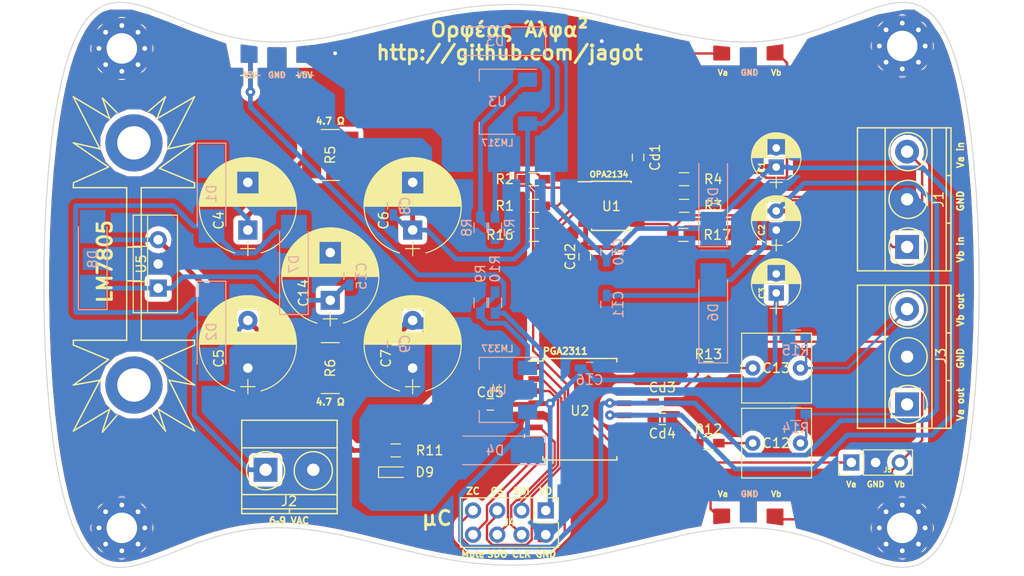
<source format=kicad_pcb>
(kicad_pcb (version 20170123) (host pcbnew "(2017-08-12 revision 0e41632)-master")
  (title_block (title "Ορφέας Άλφα preamplifier") (date 2017-09-17) (rev 1))
  (layers (0 F.Cu signal) (31 B.Cu signal) (34 B.Paste user) (35 F.Paste user) (36 B.SilkS user) (37 F.SilkS user) (38 B.Mask user) (39 F.Mask user) (44 Edge.Cuts user))
  (net 0 "")
  (net 1 V+)
  (net 2 GNDA)
  (net 3 V-)
  (net 4 VD)
  (net 5 "Net-(C4-Pad1)")
  (net 6 "Net-(C5-Pad2)")
  (net 7 "Net-(C6-Pad1)")
  (net 8 "Net-(C7-Pad2)")
  (net 9 "Net-(C12-Pad2)")
  (net 10 Va_out)
  (net 11 Vb_out)
  (net 12 "Net-(C13-Pad2)")
  (net 13 "Net-(C14-Pad1)")
  (net 14 Vac1)
  (net 15 Vb_in)
  (net 16 Va_in)
  (net 17 Mute)
  (net 18 Zcen)
  (net 19 SDO)
  (net 20 CS)
  (net 21 CLK)
  (net 22 SDI)
  (net 23 "Net-(R1-Pad2)")
  (net 24 Va_buf)
  (net 25 "Net-(R3-Pad2)")
  (net 26 Vb_buf)
  (net 27 "Net-(R7-Pad2)")
  (net 28 "Net-(R10-Pad1)")
  (net 29 "Net-(D9-Pad2)")
  (net 30 Vb_amp)
  (net 31 Va_amp)
  (module Mounting_Holes:MountingHole_3.2mm_M3_Pad_Via (layer F.Cu) (at 86.868 82.042)
    (fp_text reference REF** hide)
    (fp_text value MountingHole_3.2mm_M3_Pad_Via)
    (pad 1 thru_hole circle (at 0 0) (size 6.4 6.4) (drill 3.2) (layers *.Cu *.Mask) (net 2 GNDA))
    (pad 1 thru_hole circle (at 2.4 0) (size 0.8 0.8) (drill 0.5) (layers *.Cu *.Mask))
    (pad 1 thru_hole circle (at 1.697056 1.697056) (size 0.8 0.8) (drill 0.5) (layers *.Cu *.Mask))
    (pad 1 thru_hole circle (at 0 2.4) (size 0.8 0.8) (drill 0.5) (layers *.Cu *.Mask))
    (pad 1 thru_hole circle (at -1.697056 1.697056) (size 0.8 0.8) (drill 0.5) (layers *.Cu *.Mask))
    (pad 1 thru_hole circle (at -2.4 0) (size 0.8 0.8) (drill 0.5) (layers *.Cu *.Mask))
    (pad 1 thru_hole circle (at -1.697056 -1.697056) (size 0.8 0.8) (drill 0.5) (layers *.Cu *.Mask))
    (pad 1 thru_hole circle (at 0 -2.4) (size 0.8 0.8) (drill 0.5) (layers *.Cu *.Mask))
    (pad 1 thru_hole circle (at 1.697056 -1.697056) (size 0.8 0.8) (drill 0.5) (layers *.Cu *.Mask))
  )
  (module Mounting_Holes:MountingHole_3.2mm_M3_Pad_Via (layer F.Cu) (at 86.868 132.334)
    (fp_text reference REF** hide)
    (fp_text value MountingHole_3.2mm_M3_Pad_Via)
    (pad 1 thru_hole circle (at 1.697056 -1.697056) (size 0.8 0.8) (drill 0.5) (layers *.Cu *.Mask))
    (pad 1 thru_hole circle (at 0 -2.4) (size 0.8 0.8) (drill 0.5) (layers *.Cu *.Mask))
    (pad 1 thru_hole circle (at -1.697056 -1.697056) (size 0.8 0.8) (drill 0.5) (layers *.Cu *.Mask))
    (pad 1 thru_hole circle (at -2.4 0) (size 0.8 0.8) (drill 0.5) (layers *.Cu *.Mask))
    (pad 1 thru_hole circle (at -1.697056 1.697056) (size 0.8 0.8) (drill 0.5) (layers *.Cu *.Mask))
    (pad 1 thru_hole circle (at 0 2.4) (size 0.8 0.8) (drill 0.5) (layers *.Cu *.Mask))
    (pad 1 thru_hole circle (at 1.697056 1.697056) (size 0.8 0.8) (drill 0.5) (layers *.Cu *.Mask))
    (pad 1 thru_hole circle (at 2.4 0) (size 0.8 0.8) (drill 0.5) (layers *.Cu *.Mask))
    (pad 1 thru_hole circle (at 0 0) (size 6.4 6.4) (drill 3.2) (layers *.Cu *.Mask) (net 2 GNDA))
  )
  (module Mounting_Holes:MountingHole_3.2mm_M3_Pad_Via (layer F.Cu) (at 168.656 81.788)
    (fp_text reference REF** hide)
    (fp_text value MountingHole_3.2mm_M3_Pad_Via)
    (pad 1 thru_hole circle (at 1.697056 -1.697056) (size 0.8 0.8) (drill 0.5) (layers *.Cu *.Mask))
    (pad 1 thru_hole circle (at 0 -2.4) (size 0.8 0.8) (drill 0.5) (layers *.Cu *.Mask))
    (pad 1 thru_hole circle (at -1.697056 -1.697056) (size 0.8 0.8) (drill 0.5) (layers *.Cu *.Mask))
    (pad 1 thru_hole circle (at -2.4 0) (size 0.8 0.8) (drill 0.5) (layers *.Cu *.Mask))
    (pad 1 thru_hole circle (at -1.697056 1.697056) (size 0.8 0.8) (drill 0.5) (layers *.Cu *.Mask))
    (pad 1 thru_hole circle (at 0 2.4) (size 0.8 0.8) (drill 0.5) (layers *.Cu *.Mask))
    (pad 1 thru_hole circle (at 1.697056 1.697056) (size 0.8 0.8) (drill 0.5) (layers *.Cu *.Mask))
    (pad 1 thru_hole circle (at 2.4 0) (size 0.8 0.8) (drill 0.5) (layers *.Cu *.Mask))
    (pad 1 thru_hole circle (at 0 0) (size 6.4 6.4) (drill 3.2) (layers *.Cu *.Mask) (net 2 GNDA))
  )
  (module Mounting_Holes:MountingHole_3.2mm_M3_Pad_Via (layer F.Cu) (at 168.656 132.334)
    (fp_text reference REF** hide)
    (fp_text value MountingHole_3.2mm_M3_Pad_Via)
    (pad 1 thru_hole circle (at 0 0) (size 6.4 6.4) (drill 3.2) (layers *.Cu *.Mask) (net 2 GNDA))
    (pad 1 thru_hole circle (at 2.4 0) (size 0.8 0.8) (drill 0.5) (layers *.Cu *.Mask))
    (pad 1 thru_hole circle (at 1.697056 1.697056) (size 0.8 0.8) (drill 0.5) (layers *.Cu *.Mask))
    (pad 1 thru_hole circle (at 0 2.4) (size 0.8 0.8) (drill 0.5) (layers *.Cu *.Mask))
    (pad 1 thru_hole circle (at -1.697056 1.697056) (size 0.8 0.8) (drill 0.5) (layers *.Cu *.Mask))
    (pad 1 thru_hole circle (at -2.4 0) (size 0.8 0.8) (drill 0.5) (layers *.Cu *.Mask))
    (pad 1 thru_hole circle (at -1.697056 -1.697056) (size 0.8 0.8) (drill 0.5) (layers *.Cu *.Mask))
    (pad 1 thru_hole circle (at 0 -2.4) (size 0.8 0.8) (drill 0.5) (layers *.Cu *.Mask))
    (pad 1 thru_hole circle (at 1.697056 -1.697056) (size 0.8 0.8) (drill 0.5) (layers *.Cu *.Mask))
  )
  (module Pin_Headers:Pin_Header_Straight_1x03_Pitch2.54mm (layer F.Cu) (at 163.322 125.476 90)
    (fp_text reference J5 (at -0.762 3.81 180) (layer F.SilkS) (effects (font (size 0.5 0.5) (thickness 0.125))))
    (fp_text value CONN_01X03)
    (pad 3 thru_hole oval (at 0 5.08 90) (size 1.7 1.7) (drill 1) (layers *.Cu *.Mask) (net 30 Vb_amp))
    (pad 2 thru_hole oval (at 0 2.54 90) (size 1.7 1.7) (drill 1) (layers *.Cu *.Mask) (net 2 GNDA))
    (pad 1 thru_hole rect (at 0 0 90) (size 1.7 1.7) (drill 1) (layers *.Cu *.Mask) (net 31 Va_amp))
  )
  (module Capacitors_SMD:C_0603_HandSoldering (layer B.Cu) (at 115.316 98.552 90)
    (fp_text reference C8 (at 0 1.25 90) (layer B.SilkS) (effects (justify mirror)))
    (fp_text value 100n)
    (pad 2 smd rect (at 0.95 0 90) (size 1.2 0.75) (layers B.Cu B.Paste B.Mask) (net 2 GNDA))
    (pad 1 smd rect (at -0.95 0 90) (size 1.2 0.75) (layers B.Cu B.Paste B.Mask) (net 7 "Net-(C6-Pad1)"))
  )
  (module Capacitors_SMD:C_0603_HandSoldering (layer B.Cu) (at 115.316 113.03 90)
    (fp_text reference C9 (at 0 1.25 90) (layer B.SilkS) (effects (justify mirror)))
    (fp_text value 100n)
    (pad 1 smd rect (at -0.95 0 90) (size 1.2 0.75) (layers B.Cu B.Paste B.Mask) (net 2 GNDA))
    (pad 2 smd rect (at 0.95 0 90) (size 1.2 0.75) (layers B.Cu B.Paste B.Mask) (net 8 "Net-(C7-Pad2)"))
  )
  (module Resistors_SMD:R_0603_HandSoldering (layer F.Cu) (at 145.796 98.552 180)
    (fp_text reference R3 (at -3.048 0 180) (layer F.SilkS))
    (fp_text value 1k)
    (pad 2 smd rect (at 1.1 0 180) (size 1.2 0.9) (layers F.Cu F.Paste F.Mask) (net 25 "Net-(R3-Pad2)"))
    (pad 1 smd rect (at -1.1 0 180) (size 1.2 0.9) (layers F.Cu F.Paste F.Mask) (net 2 GNDA))
  )
  (module Capacitors_SMD:C_0603_HandSoldering (layer B.Cu) (at 137.668 103.378 90)
    (fp_text reference C10 (at 0 1.25 90) (layer B.SilkS) (effects (justify mirror)))
    (fp_text value 10u)
    (pad 2 smd rect (at 0.95 0 90) (size 1.2 0.75) (layers B.Cu B.Paste B.Mask) (net 2 GNDA))
    (pad 1 smd rect (at -0.95 0 90) (size 1.2 0.75) (layers B.Cu B.Paste B.Mask) (net 1 V+))
  )
  (module Capacitors_SMD:C_0603_HandSoldering (layer B.Cu) (at 137.668 108.9 90)
    (fp_text reference C11 (at 0 1.25 90) (layer B.SilkS) (effects (justify mirror)))
    (fp_text value 10u)
    (pad 1 smd rect (at -0.95 0 90) (size 1.2 0.75) (layers B.Cu B.Paste B.Mask) (net 2 GNDA))
    (pad 2 smd rect (at 0.95 0 90) (size 1.2 0.75) (layers B.Cu B.Paste B.Mask) (net 3 V-))
  )
  (module Capacitors_SMD:C_0603_HandSoldering (layer B.Cu) (at 110.744 105.918 90)
    (fp_text reference C15 (at 0 1.25 90) (layer B.SilkS) (effects (justify mirror)))
    (fp_text value 100n)
    (pad 2 smd rect (at 0.95 0 90) (size 1.2 0.75) (layers B.Cu B.Paste B.Mask) (net 2 GNDA))
    (pad 1 smd rect (at -0.95 0 90) (size 1.2 0.75) (layers B.Cu B.Paste B.Mask) (net 13 "Net-(C14-Pad1)"))
  )
  (module Capacitors_SMD:C_0603_HandSoldering (layer B.Cu) (at 135.89 115.57)
    (fp_text reference C16 (at 0 1.25) (layer B.SilkS) (effects (justify mirror)))
    (fp_text value 100n)
    (pad 1 smd rect (at -0.95 0) (size 1.2 0.75) (layers B.Cu B.Paste B.Mask) (net 4 VD))
    (pad 2 smd rect (at 0.95 0) (size 1.2 0.75) (layers B.Cu B.Paste B.Mask) (net 2 GNDA))
  )
  (module Capacitors_SMD:C_0603_HandSoldering (layer F.Cu) (at 140.97 93.472 90)
    (fp_text reference Cd1 (at 0 1.778 90) (layer F.SilkS))
    (fp_text value 10n)
    (pad 2 smd rect (at 0.95 0 90) (size 1.2 0.75) (layers F.Cu F.Paste F.Mask) (net 2 GNDA))
    (pad 1 smd rect (at -0.95 0 90) (size 1.2 0.75) (layers F.Cu F.Paste F.Mask) (net 1 V+))
  )
  (module Capacitors_SMD:C_0603_HandSoldering (layer F.Cu) (at 135.382 103.886 90)
    (fp_text reference Cd2 (at 0 -1.524 90) (layer F.SilkS))
    (fp_text value 10n)
    (pad 1 smd rect (at -0.95 0 90) (size 1.2 0.75) (layers F.Cu F.Paste F.Mask) (net 2 GNDA))
    (pad 2 smd rect (at 0.95 0 90) (size 1.2 0.75) (layers F.Cu F.Paste F.Mask) (net 3 V-))
  )
  (module Capacitors_SMD:C_0603_HandSoldering (layer F.Cu) (at 143.51 120.904)
    (fp_text reference Cd3 (at 0 -3.302) (layer F.SilkS))
    (fp_text value 10n)
    (pad 2 smd rect (at 0.95 0) (size 1.2 0.75) (layers F.Cu F.Paste F.Mask) (net 2 GNDA))
    (pad 1 smd rect (at -0.95 0) (size 1.2 0.75) (layers F.Cu F.Paste F.Mask) (net 1 V+))
  )
  (module Capacitors_SMD:C_0603_HandSoldering (layer F.Cu) (at 143.51 119.126 180)
    (fp_text reference Cd4 (at 0 -3.302 180) (layer F.SilkS))
    (fp_text value 10n)
    (pad 1 smd rect (at -0.95 0 180) (size 1.2 0.75) (layers F.Cu F.Paste F.Mask) (net 2 GNDA))
    (pad 2 smd rect (at 0.95 0 180) (size 1.2 0.75) (layers F.Cu F.Paste F.Mask) (net 3 V-))
  )
  (module Capacitors_SMD:C_0603_HandSoldering (layer F.Cu) (at 125.476 119.38 180)
    (fp_text reference Cd5 (at 0 1.27 180) (layer F.SilkS))
    (fp_text value 10n)
    (pad 2 smd rect (at 0.95 0 180) (size 1.2 0.75) (layers F.Cu F.Paste F.Mask) (net 2 GNDA))
    (pad 1 smd rect (at -0.95 0 180) (size 1.2 0.75) (layers F.Cu F.Paste F.Mask) (net 4 VD))
  )
  (module Diodes_SMD:D_MELF_Handsoldering (layer B.Cu) (at 125.984 81.28 180)
    (fp_text reference D3 (at 0 0 180) (layer B.SilkS) (effects (justify mirror)))
    (fp_text value LL4004G)
    (pad 1 smd rect (at -3.4 0 180) (size 3.5 2.7) (layers B.Cu B.Paste B.Mask) (net 7 "Net-(C6-Pad1)"))
    (pad 2 smd rect (at 3.4 0 180) (size 3.5 2.7) (layers B.Cu B.Paste B.Mask) (net 1 V+))
  )
  (module Diodes_SMD:D_MELF_Handsoldering (layer B.Cu) (at 125.984 124.206 180)
    (fp_text reference D4 (at 0 0 180) (layer B.SilkS) (effects (justify mirror)))
    (fp_text value LL4004G)
    (pad 1 smd rect (at -3.4 0 180) (size 3.5 2.7) (layers B.Cu B.Paste B.Mask) (net 3 V-))
    (pad 2 smd rect (at 3.4 0 180) (size 3.5 2.7) (layers B.Cu B.Paste B.Mask) (net 8 "Net-(C7-Pad2)"))
  )
  (module Diodes_SMD:D_MELF_Handsoldering (layer B.Cu) (at 148.844 97.536 90)
    (fp_text reference D5 (at 0 0 90) (layer B.SilkS) (effects (justify mirror)))
    (fp_text value LL4004G)
    (pad 1 smd rect (at -3.4 0 90) (size 3.5 2.7) (layers B.Cu B.Paste B.Mask) (net 1 V+))
    (pad 2 smd rect (at 3.4 0 90) (size 3.5 2.7) (layers B.Cu B.Paste B.Mask) (net 2 GNDA))
  )
  (module Diodes_SMD:D_MELF_Handsoldering (layer B.Cu) (at 148.844 109.728 90)
    (fp_text reference D6 (at 0 0 90) (layer B.SilkS) (effects (justify mirror)))
    (fp_text value LL4004G)
    (pad 2 smd rect (at 3.4 0 90) (size 3.5 2.7) (layers B.Cu B.Paste B.Mask) (net 3 V-))
    (pad 1 smd rect (at -3.4 0 90) (size 3.5 2.7) (layers B.Cu B.Paste B.Mask) (net 2 GNDA))
  )
  (module LEDs:LED_0603_HandSoldering (layer F.Cu) (at 115.57 126.492)
    (fp_text reference D9 (at 3.048 0) (layer F.SilkS))
    (fp_text value LED)
    (pad 2 smd rect (at 1.1 0) (size 1.2 0.9) (layers F.Cu F.Paste F.Mask) (net 29 "Net-(D9-Pad2)"))
    (pad 1 smd rect (at -1.1 0) (size 1.2 0.9) (layers F.Cu F.Paste F.Mask) (net 2 GNDA))
  )
  (module Connectors_Terminal_Blocks:TerminalBlock_Pheonix_MKDS1.5-3pol (layer F.Cu) (at 169.164 102.87 90)
    (fp_text reference J1 (at 5 3.302 90) (layer F.SilkS))
    (fp_text value "Signal in")
    (pad 3 thru_hole circle (at 10 0 90) (size 2.5 2.5) (drill 1.3) (layers *.Cu *.Mask) (net 16 Va_in))
    (pad 1 thru_hole rect (at 0 0 90) (size 2.5 2.5) (drill 1.3) (layers *.Cu *.Mask) (net 15 Vb_in))
    (pad 2 thru_hole circle (at 5 0 90) (size 2.5 2.5) (drill 1.3) (layers *.Cu *.Mask) (net 2 GNDA))
  )
  (module Connectors_Terminal_Blocks:TerminalBlock_Pheonix_MKDS1.5-3pol (layer F.Cu) (at 169.164 119.38 90)
    (fp_text reference J3 (at 5.08 3.556 90) (layer F.SilkS))
    (fp_text value "Signal out")
    (pad 2 thru_hole circle (at 5 0 90) (size 2.5 2.5) (drill 1.3) (layers *.Cu *.Mask) (net 2 GNDA))
    (pad 1 thru_hole rect (at 0 0 90) (size 2.5 2.5) (drill 1.3) (layers *.Cu *.Mask) (net 10 Va_out))
    (pad 3 thru_hole circle (at 10 0 90) (size 2.5 2.5) (drill 1.3) (layers *.Cu *.Mask) (net 11 Vb_out))
  )
  (module Resistors_SMD:R_0603_HandSoldering (layer F.Cu) (at 130.048 98.552)
    (fp_text reference R1 (at -3.048 0) (layer F.SilkS))
    (fp_text value 1k)
    (pad 2 smd rect (at 1.1 0) (size 1.2 0.9) (layers F.Cu F.Paste F.Mask) (net 23 "Net-(R1-Pad2)"))
    (pad 1 smd rect (at -1.1 0) (size 1.2 0.9) (layers F.Cu F.Paste F.Mask) (net 2 GNDA))
  )
  (module Resistors_SMD:R_0603_HandSoldering (layer F.Cu) (at 130.048 95.758)
    (fp_text reference R2 (at -3.048 0) (layer F.SilkS))
    (fp_text value 1k)
    (pad 1 smd rect (at -1.1 0) (size 1.2 0.9) (layers F.Cu F.Paste F.Mask) (net 23 "Net-(R1-Pad2)"))
    (pad 2 smd rect (at 1.1 0) (size 1.2 0.9) (layers F.Cu F.Paste F.Mask) (net 24 Va_buf))
  )
  (module Resistors_SMD:R_0603_HandSoldering (layer F.Cu) (at 145.796 95.758 180)
    (fp_text reference R4 (at -3.048 0 180) (layer F.SilkS))
    (fp_text value 1k)
    (pad 1 smd rect (at -1.1 0 180) (size 1.2 0.9) (layers F.Cu F.Paste F.Mask) (net 25 "Net-(R3-Pad2)"))
    (pad 2 smd rect (at 1.1 0 180) (size 1.2 0.9) (layers F.Cu F.Paste F.Mask) (net 26 Vb_buf))
  )
  (module Resistors_SMD:R_0603_HandSoldering (layer B.Cu) (at 125.984 100.838 270)
    (fp_text reference R7 (at 0 -1.524 270) (layer B.SilkS) (effects (justify mirror)))
    (fp_text value 330)
    (pad 2 smd rect (at 1.1 0 270) (size 1.2 0.9) (layers B.Cu B.Paste B.Mask) (net 27 "Net-(R7-Pad2)"))
    (pad 1 smd rect (at -1.1 0 270) (size 1.2 0.9) (layers B.Cu B.Paste B.Mask) (net 1 V+))
  )
  (module Resistors_SMD:R_0603_HandSoldering (layer B.Cu) (at 124.46 100.838 270)
    (fp_text reference R8 (at 0 1.45 270) (layer B.SilkS) (effects (justify mirror)))
    (fp_text value 1k)
    (pad 2 smd rect (at 1.1 0 270) (size 1.2 0.9) (layers B.Cu B.Paste B.Mask) (net 2 GNDA))
    (pad 1 smd rect (at -1.1 0 270) (size 1.2 0.9) (layers B.Cu B.Paste B.Mask) (net 27 "Net-(R7-Pad2)"))
  )
  (module Resistors_SMD:R_0603_HandSoldering (layer B.Cu) (at 124.46 108.712 270)
    (fp_text reference R9 (at -3.048 0 270) (layer B.SilkS) (effects (justify mirror)))
    (fp_text value 1k)
    (pad 2 smd rect (at 1.1 0 270) (size 1.2 0.9) (layers B.Cu B.Paste B.Mask) (net 28 "Net-(R10-Pad1)"))
    (pad 1 smd rect (at -1.1 0 270) (size 1.2 0.9) (layers B.Cu B.Paste B.Mask) (net 2 GNDA))
  )
  (module Resistors_SMD:R_0603_HandSoldering (layer B.Cu) (at 125.984 108.712 270)
    (fp_text reference R10 (at -3.556 0 270) (layer B.SilkS) (effects (justify mirror)))
    (fp_text value 330)
    (pad 1 smd rect (at -1.1 0 270) (size 1.2 0.9) (layers B.Cu B.Paste B.Mask) (net 28 "Net-(R10-Pad1)"))
    (pad 2 smd rect (at 1.1 0 270) (size 1.2 0.9) (layers B.Cu B.Paste B.Mask) (net 3 V-))
  )
  (module Resistors_SMD:R_0603_HandSoldering (layer F.Cu) (at 115.57 124.206)
    (fp_text reference R11 (at 3.556 0) (layer F.SilkS))
    (fp_text value 100)
    (pad 1 smd rect (at -1.1 0) (size 1.2 0.9) (layers F.Cu F.Paste F.Mask) (net 4 VD))
    (pad 2 smd rect (at 1.1 0) (size 1.2 0.9) (layers F.Cu F.Paste F.Mask) (net 29 "Net-(D9-Pad2)"))
  )
  (module Resistors_SMD:R_0603_HandSoldering (layer F.Cu) (at 148.336 123.444)
    (fp_text reference R12 (at 0 -1.45) (layer F.SilkS))
    (fp_text value 330)
    (pad 2 smd rect (at 1.1 0) (size 1.2 0.9) (layers F.Cu F.Paste F.Mask) (net 9 "Net-(C12-Pad2)"))
    (pad 1 smd rect (at -1.1 0) (size 1.2 0.9) (layers F.Cu F.Paste F.Mask) (net 31 Va_amp))
  )
  (module Resistors_SMD:R_0603_HandSoldering (layer F.Cu) (at 148.336 115.57)
    (fp_text reference R13 (at 0 -1.45) (layer F.SilkS))
    (fp_text value 330)
    (pad 1 smd rect (at -1.1 0) (size 1.2 0.9) (layers F.Cu F.Paste F.Mask) (net 30 Vb_amp))
    (pad 2 smd rect (at 1.1 0) (size 1.2 0.9) (layers F.Cu F.Paste F.Mask) (net 12 "Net-(C13-Pad2)"))
  )
  (module Resistors_SMD:R_0603_HandSoldering (layer B.Cu) (at 157.48 120.396)
    (fp_text reference R14 (at 0 1.45) (layer B.SilkS) (effects (justify mirror)))
    (fp_text value 100k)
    (pad 2 smd rect (at 1.1 0) (size 1.2 0.9) (layers B.Cu B.Paste B.Mask) (net 10 Va_out))
    (pad 1 smd rect (at -1.1 0) (size 1.2 0.9) (layers B.Cu B.Paste B.Mask) (net 2 GNDA))
  )
  (module Resistors_SMD:R_0603_HandSoldering (layer B.Cu) (at 157.48 112.268)
    (fp_text reference R15 (at 0 1.45) (layer B.SilkS) (effects (justify mirror)))
    (fp_text value 100k)
    (pad 2 smd rect (at 1.1 0) (size 1.2 0.9) (layers B.Cu B.Paste B.Mask) (net 11 Vb_out))
    (pad 1 smd rect (at -1.1 0) (size 1.2 0.9) (layers B.Cu B.Paste B.Mask) (net 2 GNDA))
  )
  (module Resistors_SMD:R_0603_HandSoldering (layer F.Cu) (at 130.048 101.6 180)
    (fp_text reference R16 (at 3.556 0 180) (layer F.SilkS))
    (fp_text value 56k)
    (pad 1 smd rect (at -1.1 0 180) (size 1.2 0.9) (layers F.Cu F.Paste F.Mask) (net 16 Va_in))
    (pad 2 smd rect (at 1.1 0 180) (size 1.2 0.9) (layers F.Cu F.Paste F.Mask) (net 2 GNDA))
  )
  (module Resistors_SMD:R_0603_HandSoldering (layer F.Cu) (at 145.712 101.6)
    (fp_text reference R17 (at 3.556 0) (layer F.SilkS))
    (fp_text value 56k)
    (pad 1 smd rect (at -1.1 0) (size 1.2 0.9) (layers F.Cu F.Paste F.Mask) (net 15 Vb_in))
    (pad 2 smd rect (at 1.1 0) (size 1.2 0.9) (layers F.Cu F.Paste F.Mask) (net 2 GNDA))
  )
  (module Pin_Headers:Pin_Header_Straight_2x04_Pitch2.54mm (layer F.Cu) (at 131.293581 130.505341 270)
    (fp_text reference J4 (at 1.27 3.81) (layer F.SilkS) (effects (font (size 0.7 0.7))))
    (fp_text value uC)
    (pad 8 thru_hole oval (at 2.54 7.62 270) (size 1.7 1.7) (drill 1) (layers *.Cu *.Mask) (net 17 Mute))
    (pad 7 thru_hole oval (at 0 7.62 270) (size 1.7 1.7) (drill 1) (layers *.Cu *.Mask) (net 18 Zcen))
    (pad 6 thru_hole oval (at 2.54 5.08 270) (size 1.7 1.7) (drill 1) (layers *.Cu *.Mask) (net 19 SDO))
    (pad 5 thru_hole oval (at 0 5.08 270) (size 1.7 1.7) (drill 1) (layers *.Cu *.Mask) (net 20 CS))
    (pad 4 thru_hole oval (at 2.54 2.54 270) (size 1.7 1.7) (drill 1) (layers *.Cu *.Mask) (net 21 CLK))
    (pad 3 thru_hole oval (at 0 2.54 270) (size 1.7 1.7) (drill 1) (layers *.Cu *.Mask) (net 22 SDI))
    (pad 2 thru_hole oval (at 2.54 0 270) (size 1.7 1.7) (drill 1) (layers *.Cu *.Mask) (net 2 GNDA))
    (pad 1 thru_hole rect (at 0 0 270) (size 1.7 1.7) (drill 1) (layers *.Cu *.Mask) (net 4 VD))
  )
  (module Capacitors_THT:C_Rect_L7.2mm_W7.2mm_P5.00mm_FKS2_FKP2_MKS2_MKP2 (layer F.Cu) (at 157.988 123.444 180)
    (fp_text reference C12 (at 2.54 0 180) (layer F.SilkS))
    (fp_text value 2.2u)
    (pad 1 thru_hole circle (at 0 0 180) (size 1.6 1.6) (drill 0.8) (layers *.Cu *.Mask) (net 10 Va_out))
    (pad 2 thru_hole circle (at 5 0 180) (size 1.6 1.6) (drill 0.8) (layers *.Cu *.Mask) (net 9 "Net-(C12-Pad2)"))
  )
  (module Capacitors_THT:C_Rect_L7.2mm_W7.2mm_P5.00mm_FKS2_FKP2_MKS2_MKP2 (layer F.Cu) (at 157.988 115.57 180)
    (fp_text reference C13 (at 2.54 0) (layer F.SilkS))
    (fp_text value 2.2u)
    (pad 2 thru_hole circle (at 5 0 180) (size 1.6 1.6) (drill 0.8) (layers *.Cu *.Mask) (net 12 "Net-(C13-Pad2)"))
    (pad 1 thru_hole circle (at 0 0 180) (size 1.6 1.6) (drill 0.8) (layers *.Cu *.Mask) (net 11 Vb_out))
  )
  (module Resistors_SMD:R_1218_HandSoldering (layer F.Cu) (at 108.712 93.218)
    (fp_text reference R5 (at 0 0 90) (layer F.SilkS))
    (fp_text value 4.7)
    (pad 1 smd rect (at -1.95 0) (size 2 4.9) (layers F.Cu F.Paste F.Mask) (net 5 "Net-(C4-Pad1)"))
    (pad 2 smd rect (at 1.95 0) (size 2 4.9) (layers F.Cu F.Paste F.Mask) (net 7 "Net-(C6-Pad1)"))
  )
  (module Resistors_SMD:R_1218_HandSoldering (layer F.Cu) (at 108.712 115.57)
    (fp_text reference R6 (at 0 0 90) (layer F.SilkS))
    (fp_text value 4.7)
    (pad 2 smd rect (at 1.95 0) (size 2 4.9) (layers F.Cu F.Paste F.Mask) (net 8 "Net-(C7-Pad2)"))
    (pad 1 smd rect (at -1.95 0) (size 2 4.9) (layers F.Cu F.Paste F.Mask) (net 6 "Net-(C5-Pad2)"))
  )
  (module Housings_SOIC:SOIC-8_3.9x4.9mm_Pitch1.27mm (layer F.Cu) (at 138.176 98.552)
    (fp_text reference U1 (at 0 0.0425) (layer F.SilkS))
    (fp_text value OPA2134)
    (pad 8 smd rect (at 2.7 -1.905) (size 1.55 0.6) (layers F.Cu F.Paste F.Mask) (net 1 V+))
    (pad 7 smd rect (at 2.7 -0.635) (size 1.55 0.6) (layers F.Cu F.Paste F.Mask) (net 26 Vb_buf))
    (pad 6 smd rect (at 2.7 0.635) (size 1.55 0.6) (layers F.Cu F.Paste F.Mask) (net 25 "Net-(R3-Pad2)"))
    (pad 5 smd rect (at 2.7 1.905) (size 1.55 0.6) (layers F.Cu F.Paste F.Mask) (net 15 Vb_in))
    (pad 4 smd rect (at -2.7 1.905) (size 1.55 0.6) (layers F.Cu F.Paste F.Mask) (net 3 V-))
    (pad 3 smd rect (at -2.7 0.635) (size 1.55 0.6) (layers F.Cu F.Paste F.Mask) (net 16 Va_in))
    (pad 2 smd rect (at -2.7 -0.635) (size 1.55 0.6) (layers F.Cu F.Paste F.Mask) (net 23 "Net-(R1-Pad2)"))
    (pad 1 smd rect (at -2.7 -1.905) (size 1.55 0.6) (layers F.Cu F.Paste F.Mask) (net 24 Va_buf))
  )
  (module Housings_SOIC:SOIC-16W_7.5x10.3mm_Pitch1.27mm (layer F.Cu) (at 134.874 119.888)
    (fp_text reference U2 (at 0 0.1585) (layer F.SilkS))
    (fp_text value PGA2311)
    (pad 16 smd rect (at 4.65 -4.445) (size 1.5 0.6) (layers F.Cu F.Paste F.Mask) (net 26 Vb_buf))
    (pad 15 smd rect (at 4.65 -3.175) (size 1.5 0.6) (layers F.Cu F.Paste F.Mask) (net 2 GNDA))
    (pad 14 smd rect (at 4.65 -1.905) (size 1.5 0.6) (layers F.Cu F.Paste F.Mask) (net 30 Vb_amp))
    (pad 13 smd rect (at 4.65 -0.635) (size 1.5 0.6) (layers F.Cu F.Paste F.Mask) (net 3 V-))
    (pad 12 smd rect (at 4.65 0.635) (size 1.5 0.6) (layers F.Cu F.Paste F.Mask) (net 1 V+))
    (pad 11 smd rect (at 4.65 1.905) (size 1.5 0.6) (layers F.Cu F.Paste F.Mask) (net 31 Va_amp))
    (pad 10 smd rect (at 4.65 3.175) (size 1.5 0.6) (layers F.Cu F.Paste F.Mask) (net 2 GNDA))
    (pad 9 smd rect (at 4.65 4.445) (size 1.5 0.6) (layers F.Cu F.Paste F.Mask) (net 24 Va_buf))
    (pad 8 smd rect (at -4.65 4.445) (size 1.5 0.6) (layers F.Cu F.Paste F.Mask) (net 17 Mute))
    (pad 7 smd rect (at -4.65 3.175) (size 1.5 0.6) (layers F.Cu F.Paste F.Mask) (net 19 SDO))
    (pad 6 smd rect (at -4.65 1.905) (size 1.5 0.6) (layers F.Cu F.Paste F.Mask) (net 21 CLK))
    (pad 5 smd rect (at -4.65 0.635) (size 1.5 0.6) (layers F.Cu F.Paste F.Mask) (net 2 GNDA))
    (pad 4 smd rect (at -4.65 -0.635) (size 1.5 0.6) (layers F.Cu F.Paste F.Mask) (net 4 VD))
    (pad 3 smd rect (at -4.65 -1.905) (size 1.5 0.6) (layers F.Cu F.Paste F.Mask) (net 22 SDI))
    (pad 2 smd rect (at -4.65 -3.175) (size 1.5 0.6) (layers F.Cu F.Paste F.Mask) (net 20 CS))
    (pad 1 smd rect (at -4.65 -4.445) (size 1.5 0.6) (layers F.Cu F.Paste F.Mask) (net 18 Zcen))
  )
  (module TO_SOT_Packages_SMD:SOT-223-3Lead_TabPin2 (layer B.Cu) (at 126.238 87.63 180)
    (fp_text reference U3 (at 0 0 180) (layer B.SilkS) (effects (justify mirror)))
    (fp_text value LM317_3PinPackage)
    (pad 2 smd rect (at 3.15 0 180) (size 2 3.8) (layers B.Cu B.Paste B.Mask) (net 1 V+))
    (pad 2 smd rect (at -3.15 0 180) (size 2 1.5) (layers B.Cu B.Paste B.Mask) (net 1 V+))
    (pad 3 smd rect (at -3.15 -2.3 180) (size 2 1.5) (layers B.Cu B.Paste B.Mask) (net 7 "Net-(C6-Pad1)"))
    (pad 1 smd rect (at -3.15 2.3 180) (size 2 1.5) (layers B.Cu B.Paste B.Mask) (net 27 "Net-(R7-Pad2)"))
  )
  (module TO_SOT_Packages_SMD:SOT-223-3Lead_TabPin2 (layer B.Cu) (at 126.238 117.856 180)
    (fp_text reference U4 (at 0 0 180) (layer B.SilkS) (effects (justify mirror)))
    (fp_text value LM337_SOT223)
    (pad 1 smd rect (at -3.15 2.3 180) (size 2 1.5) (layers B.Cu B.Paste B.Mask) (net 28 "Net-(R10-Pad1)"))
    (pad 3 smd rect (at -3.15 -2.3 180) (size 2 1.5) (layers B.Cu B.Paste B.Mask) (net 3 V-))
    (pad 2 smd rect (at -3.15 0 180) (size 2 1.5) (layers B.Cu B.Paste B.Mask) (net 8 "Net-(C7-Pad2)"))
    (pad 2 smd rect (at 3.15 0 180) (size 2 3.8) (layers B.Cu B.Paste B.Mask) (net 8 "Net-(C7-Pad2)"))
  )
  (module Capacitors_THT:CP_Radial_D5.0mm_P2.00mm (layer F.Cu) (at 155.448 94.488 90)
    (fp_text reference C1 (at 0 -1.524 90) (layer F.SilkS) (effects (font (size 0.6 0.6))))
    (fp_text value 100u)
    (pad 1 thru_hole rect (at 0 0 90) (size 1.6 1.6) (drill 0.8) (layers *.Cu *.Mask) (net 1 V+))
    (pad 2 thru_hole circle (at 2 0 90) (size 1.6 1.6) (drill 0.8) (layers *.Cu *.Mask) (net 2 GNDA))
  )
  (module Capacitors_THT:CP_Radial_D5.0mm_P2.00mm (layer F.Cu) (at 155.448 101.092 90)
    (fp_text reference C2 (at 0 -1.524 90) (layer F.SilkS) (effects (font (size 0.6 0.6))))
    (fp_text value 100u)
    (pad 2 thru_hole circle (at 2 0 90) (size 1.6 1.6) (drill 0.8) (layers *.Cu *.Mask) (net 3 V-))
    (pad 1 thru_hole rect (at 0 0 90) (size 1.6 1.6) (drill 0.8) (layers *.Cu *.Mask) (net 2 GNDA))
  )
  (module Capacitors_THT:CP_Radial_D5.0mm_P2.00mm (layer F.Cu) (at 155.448 107.696 90)
    (fp_text reference C3 (at -0.026001 -1.4655 90) (layer F.SilkS) (effects (font (size 0.6 0.6))))
    (fp_text value 100u)
    (pad 2 thru_hole circle (at 2 0 90) (size 1.6 1.6) (drill 0.8) (layers *.Cu *.Mask) (net 2 GNDA))
    (pad 1 thru_hole rect (at 0 0 90) (size 1.6 1.6) (drill 0.8) (layers *.Cu *.Mask) (net 4 VD))
  )
  (module Diodes_SMD:D_MELF_Handsoldering (layer B.Cu) (at 96.266 97.282 270)
    (fp_text reference D1 (at 0 0 270) (layer B.SilkS) (effects (justify mirror)))
    (fp_text value LL4004G)
    (pad 2 smd rect (at 3.4 0 270) (size 3.5 2.7) (layers B.Cu B.Paste B.Mask) (net 14 Vac1))
    (pad 1 smd rect (at -3.4 0 270) (size 3.5 2.7) (layers B.Cu B.Paste B.Mask) (net 5 "Net-(C4-Pad1)"))
  )
  (module Diodes_SMD:D_MELF_Handsoldering (layer B.Cu) (at 96.266 111.76 270)
    (fp_text reference D2 (at 0 0 270) (layer B.SilkS) (effects (justify mirror)))
    (fp_text value LL4004G)
    (pad 2 smd rect (at 3.4 0 270) (size 3.5 2.7) (layers B.Cu B.Paste B.Mask) (net 6 "Net-(C5-Pad2)"))
    (pad 1 smd rect (at -3.4 0 270) (size 3.5 2.7) (layers B.Cu B.Paste B.Mask) (net 14 Vac1))
  )
  (module Diodes_SMD:D_MELF_Handsoldering (layer B.Cu) (at 104.902 104.648 90)
    (fp_text reference D7 (at 0 0 90) (layer B.SilkS) (effects (justify mirror)))
    (fp_text value LL4004G)
    (pad 2 smd rect (at 3.4 0 90) (size 3.5 2.7) (layers B.Cu B.Paste B.Mask) (net 14 Vac1))
    (pad 1 smd rect (at -3.4 0 90) (size 3.5 2.7) (layers B.Cu B.Paste B.Mask) (net 13 "Net-(C14-Pad1)"))
  )
  (module Diodes_SMD:D_MELF_Handsoldering (layer B.Cu) (at 83.82 104.14 90)
    (fp_text reference D8 (at 0 0 90) (layer B.SilkS) (effects (justify mirror)))
    (fp_text value LL4004G)
    (pad 1 smd rect (at -3.4 0 90) (size 3.5 2.7) (layers B.Cu B.Paste B.Mask) (net 13 "Net-(C14-Pad1)"))
    (pad 2 smd rect (at 3.4 0 90) (size 3.5 2.7) (layers B.Cu B.Paste B.Mask) (net 4 VD))
  )
  (module Connectors_Terminal_Blocks:TerminalBlock_Pheonix_MKDS1.5-2pol (layer F.Cu) (at 101.934 126.238)
    (fp_text reference J2 (at 2.46 3.302) (layer F.SilkS))
    (fp_text value "AC in")
    (pad 2 thru_hole circle (at 5 0) (size 2.5 2.5) (drill 1.3) (layers *.Cu *.Mask) (net 2 GNDA))
    (pad 1 thru_hole rect (at 0 0) (size 2.5 2.5) (drill 1.3) (layers *.Cu *.Mask) (net 14 Vac1))
  )
  (module orpheus-alpha:TO-220_Vertical (layer F.Cu) (at 90.678 107.188 90)
    (fp_text reference U5 (at 2.54 -1.778 90) (layer F.SilkS))
    (fp_text value LM7805_TO220)
    (pad 4 thru_hole circle (at -10.16 -2.54 90) (size 5.99948 5.99948) (drill 3.50012) (layers *.Cu *.Mask))
    (pad 4 thru_hole circle (at 15.24 -2.54 90) (size 5.99948 5.99948) (drill 3.50012) (layers *.Cu *.Mask))
    (pad 1 thru_hole rect (at 0 0 90) (size 1.8 1.8) (drill 1) (layers *.Cu *.Mask) (net 13 "Net-(C14-Pad1)"))
    (pad 2 thru_hole oval (at 2.54 0 90) (size 1.8 1.8) (drill 1) (layers *.Cu *.Mask) (net 2 GNDA))
    (pad 3 thru_hole oval (at 5.08 0 90) (size 1.8 1.8) (drill 1) (layers *.Cu *.Mask) (net 4 VD))
  )
  (module Capacitors_THT:CP_Radial_D10.0mm_P5.00mm (layer F.Cu) (at 100.076 101.092 90)
    (fp_text reference C4 (at 1.016 -3.048 90) (layer F.SilkS))
    (fp_text value 1m)
    (pad 1 thru_hole rect (at 0 0 90) (size 2 2) (drill 1) (layers *.Cu *.Mask) (net 5 "Net-(C4-Pad1)"))
    (pad 2 thru_hole circle (at 5 0 90) (size 2 2) (drill 1) (layers *.Cu *.Mask) (net 2 GNDA))
  )
  (module Capacitors_THT:CP_Radial_D10.0mm_P5.00mm (layer F.Cu) (at 100.076 115.57 90)
    (fp_text reference C5 (at 1.016 -3.048 90) (layer F.SilkS))
    (fp_text value 1m)
    (pad 2 thru_hole circle (at 5 0 90) (size 2 2) (drill 1) (layers *.Cu *.Mask) (net 6 "Net-(C5-Pad2)"))
    (pad 1 thru_hole rect (at 0 0 90) (size 2 2) (drill 1) (layers *.Cu *.Mask) (net 2 GNDA))
  )
  (module Capacitors_THT:CP_Radial_D10.0mm_P5.00mm (layer F.Cu) (at 117.348 101.092 90)
    (fp_text reference C6 (at 1.016 -3.048 90) (layer F.SilkS))
    (fp_text value 1m)
    (pad 2 thru_hole circle (at 5 0 90) (size 2 2) (drill 1) (layers *.Cu *.Mask) (net 2 GNDA))
    (pad 1 thru_hole rect (at 0 0 90) (size 2 2) (drill 1) (layers *.Cu *.Mask) (net 7 "Net-(C6-Pad1)"))
  )
  (module Capacitors_THT:CP_Radial_D10.0mm_P5.00mm (layer F.Cu) (at 117.348 115.57 90)
    (fp_text reference C7 (at 1.016 -2.794 90) (layer F.SilkS))
    (fp_text value 1m)
    (pad 1 thru_hole rect (at 0 0 90) (size 2 2) (drill 1) (layers *.Cu *.Mask) (net 2 GNDA))
    (pad 2 thru_hole circle (at 5 0 90) (size 2 2) (drill 1) (layers *.Cu *.Mask) (net 8 "Net-(C7-Pad2)"))
  )
  (module Capacitors_THT:CP_Radial_D10.0mm_P5.00mm (layer F.Cu) (at 108.712 108.458 90)
    (fp_text reference C14 (at 0.762 -2.794 90) (layer F.SilkS))
    (fp_text value 470u)
    (pad 2 thru_hole circle (at 5 0 90) (size 2 2) (drill 1) (layers *.Cu *.Mask) (net 2 GNDA))
    (pad 1 thru_hole rect (at 0 0 90) (size 2 2) (drill 1) (layers *.Cu *.Mask) (net 13 "Net-(C14-Pad1)"))
  )
  (gr_text GND (at 165.862 127.762) (layer F.SilkS) (effects (font (size 0.6 0.6))))
  (gr_text Vb (at 168.402 127.762) (layer F.SilkS) (effects (font (size 0.6 0.6))))
  (gr_text Va (at 163.322 127.762) (layer F.SilkS) (effects (font (size 0.6 0.6))))
  (gr_text Vb (at 155.448 128.778) (layer F.SilkS) (effects (font (size 0.6 0.6))))
  (gr_text Va (at 149.86 128.778) (layer F.SilkS) (effects (font (size 0.6 0.6))))
  (gr_text GND (at 152.654 128.778) (layer F.SilkS) (effects (font (size 0.6 0.6))))
  (gr_text GND (at 152.654 128.778) (layer B.SilkS) (effects (font (size 0.6 0.6)) (justify mirror)))
  (gr_text Vb (at 155.448 84.582) (layer F.SilkS) (effects (font (size 0.6 0.6))))
  (gr_text Va (at 149.86 84.582) (layer F.SilkS) (effects (font (size 0.6 0.6))))
  (gr_text GND (at 152.654 84.582) (layer F.SilkS) (effects (font (size 0.6 0.6))))
  (gr_text GND (at 152.654 84.582) (layer B.SilkS) (effects (font (size 0.6 0.6)) (justify mirror)))
  (gr_text -5V (at 100.584 84.836) (layer B.SilkS) (effects (font (size 0.6 0.6)) (justify mirror)))
  (gr_text GND (at 103.124 84.836) (layer B.SilkS) (effects (font (size 0.6 0.6)) (justify mirror)))
  (gr_text +5V (at 106.172 84.836) (layer B.SilkS) (effects (font (size 0.6 0.6)) (justify mirror)))
  (gr_line (start 79.480366 91.875175) (end 79.18502 94.778453) (layer Edge.Cuts) (width 0.1))
  (gr_line (start 176.718503 106.840609) (end 176.718496 106.840614) (layer Edge.Cuts) (width 0.1))
  (gr_line (start 176.714622 107.950035) (end 176.718503 106.840609) (layer Edge.Cuts) (width 0.1))
  (gr_line (start 176.656474 111.260216) (end 176.714622 107.950035) (layer Edge.Cuts) (width 0.1))
  (gr_line (start 176.528624 114.505761) (end 176.656474 111.260216) (layer Edge.Cuts) (width 0.1))
  (gr_line (start 176.331255 117.640096) (end 176.528624 114.505761) (layer Edge.Cuts) (width 0.1))
  (gr_line (start 176.06465 120.619713) (end 176.331255 117.640096) (layer Edge.Cuts) (width 0.1))
  (gr_line (start 175.789865 122.956051) (end 176.06465 120.619713) (layer Edge.Cuts) (width 0.1))
  (gr_line (start 175.467528 125.137601) (end 175.789865 122.956051) (layer Edge.Cuts) (width 0.1))
  (gr_line (start 175.097965 127.147291) (end 175.467528 125.137601) (layer Edge.Cuts) (width 0.1))
  (gr_line (start 174.681539 128.971248) (end 175.097965 127.147291) (layer Edge.Cuts) (width 0.1))
  (gr_line (start 174.314933 130.289539) (end 174.681539 128.971248) (layer Edge.Cuts) (width 0.1))
  (gr_line (start 173.918827 131.478485) (end 174.314933 130.289539) (layer Edge.Cuts) (width 0.1))
  (gr_line (start 173.493475 132.535852) (end 173.918827 131.478485) (layer Edge.Cuts) (width 0.1))
  (gr_line (start 173.039144 133.460892) (end 173.493475 132.535852) (layer Edge.Cuts) (width 0.1))
  (gr_line (start 172.556124 134.254345) (end 173.039144 133.460892) (layer Edge.Cuts) (width 0.1))
  (gr_line (start 172.044719 134.918365) (end 172.556124 134.254345) (layer Edge.Cuts) (width 0.1))
  (gr_line (start 171.642733 135.333524) (end 172.044719 134.918365) (layer Edge.Cuts) (width 0.1))
  (gr_line (start 171.225104 135.679828) (end 171.642733 135.333524) (layer Edge.Cuts) (width 0.1))
  (gr_line (start 170.791984 135.959641) (end 171.225104 135.679828) (layer Edge.Cuts) (width 0.1))
  (gr_line (start 170.343523 136.175704) (end 170.791984 135.959641) (layer Edge.Cuts) (width 0.1))
  (gr_line (start 169.879885 136.331088) (end 170.343523 136.175704) (layer Edge.Cuts) (width 0.1))
  (gr_line (start 169.238376 136.449773) (end 169.879885 136.331088) (layer Edge.Cuts) (width 0.1))
  (gr_line (start 168.570578 136.47542) (end 169.238376 136.449773) (layer Edge.Cuts) (width 0.1))
  (gr_line (start 167.876922 136.417533) (end 168.570578 136.47542) (layer Edge.Cuts) (width 0.1))
  (gr_line (start 166.974153 136.24313) (end 167.876922 136.417533) (layer Edge.Cuts) (width 0.1))
  (gr_line (start 165.839655 135.911484) (end 166.974153 136.24313) (layer Edge.Cuts) (width 0.1))
  (gr_line (start 162.117221 134.467772) (end 165.839655 135.911484) (layer Edge.Cuts) (width 0.1))
  (gr_line (start 160.318347 133.788231) (end 162.117221 134.467772) (layer Edge.Cuts) (width 0.1))
  (gr_line (start 158.914764 133.326473) (end 160.318347 133.788231) (layer Edge.Cuts) (width 0.1))
  (gr_line (start 157.466749 132.932572) (end 158.914764 133.326473) (layer Edge.Cuts) (width 0.1))
  (gr_line (start 156.227607 132.669798) (end 157.466749 132.932572) (layer Edge.Cuts) (width 0.1))
  (gr_line (start 154.960263 132.475142) (end 156.227607 132.669798) (layer Edge.Cuts) (width 0.1))
  (gr_line (start 153.665967 132.353804) (end 154.960263 132.475142) (layer Edge.Cuts) (width 0.1))
  (gr_line (start 152.346003 132.308222) (end 153.665967 132.353804) (layer Edge.Cuts) (width 0.1))
  (gr_line (start 151.001677 132.338137) (end 152.346003 132.308222) (layer Edge.Cuts) (width 0.1))
  (gr_line (start 149.634314 132.440764) (end 151.001677 132.338137) (layer Edge.Cuts) (width 0.1))
  (gr_line (start 147.964973 132.652388) (end 149.634314 132.440764) (layer Edge.Cuts) (width 0.1))
  (gr_line (start 146.266792 132.948094) (end 147.964973 132.652388) (layer Edge.Cuts) (width 0.1))
  (gr_line (start 138.634388 134.746262) (end 146.266792 132.948094) (layer Edge.Cuts) (width 0.1))
  (gr_line (start 136.217586 135.288912) (end 138.634388 134.746262) (layer Edge.Cuts) (width 0.1))
  (gr_line (start 134.085002 135.690659) (end 136.217586 135.288912) (layer Edge.Cuts) (width 0.1))
  (gr_line (start 132.247079 135.959408) (end 134.085002 135.690659) (layer Edge.Cuts) (width 0.1))
  (gr_line (start 130.402686 136.144596) (end 132.247079 135.959408) (layer Edge.Cuts) (width 0.1))
  (gr_line (start 128.862652 136.228571) (end 130.402686 136.144596) (layer Edge.Cuts) (width 0.1))
  (gr_line (start 127.321475 136.245504) (end 128.862652 136.228571) (layer Edge.Cuts) (width 0.1))
  (gr_line (start 125.780676 136.194838) (end 127.321475 136.245504) (layer Edge.Cuts) (width 0.1))
  (gr_line (start 123.934368 136.047331) (end 125.780676 136.194838) (layer Edge.Cuts) (width 0.1))
  (gr_line (start 122.093432 135.812053) (end 123.934368 136.047331) (layer Edge.Cuts) (width 0.1))
  (gr_line (start 120.260487 135.500275) (end 122.093432 135.812053) (layer Edge.Cuts) (width 0.1))
  (gr_line (start 118.135636 135.060058) (end 120.260487 135.500275) (layer Edge.Cuts) (width 0.1))
  (gr_line (start 114.538449 134.196775) (end 118.135636 135.060058) (layer Edge.Cuts) (width 0.1))
  (gr_line (start 111.3064 133.410268) (end 114.538449 134.196775) (layer Edge.Cuts) (width 0.1))
  (gr_line (start 109.289536 132.97603) (end 111.3064 133.410268) (layer Edge.Cuts) (width 0.1))
  (gr_line (start 107.589057 132.674028) (end 109.289536 132.97603) (layer Edge.Cuts) (width 0.1))
  (gr_line (start 105.917224 132.454843) (end 107.589057 132.674028) (layer Edge.Cuts) (width 0.1))
  (gr_line (start 104.547631 132.345197) (end 105.917224 132.454843) (layer Edge.Cuts) (width 0.1))
  (gr_line (start 103.200939 132.30783) (end 104.547631 132.345197) (layer Edge.Cuts) (width 0.1))
  (gr_line (start 101.878479 132.345807) (end 103.200939 132.30783) (layer Edge.Cuts) (width 0.1))
  (gr_line (start 100.58156 132.459634) (end 101.878479 132.345807) (layer Edge.Cuts) (width 0.1))
  (gr_line (start 99.311464 132.647146) (end 100.58156 132.459634) (layer Edge.Cuts) (width 0.1))
  (gr_line (start 83.045928 134.518364) (end 83.567894 135.134692) (layer Edge.Cuts) (width 0.1))
  (gr_line (start 164.447565 78.279102) (end 159.855549 80.05309) (layer Edge.Cuts) (width 0.1))
  (gr_line (start 79.778964 89.613909) (end 79.480366 91.875175) (layer Edge.Cuts) (width 0.1))
  (gr_line (start 80.957706 83.871051) (end 80.518 85.598) (layer Edge.Cuts) (width 0.1))
  (gr_line (start 81.342778 82.63326) (end 80.957706 83.871051) (layer Edge.Cuts) (width 0.1))
  (gr_line (start 156.974554 80.861497) (end 155.723985 81.097821) (layer Edge.Cuts) (width 0.1))
  (gr_line (start 150.457418 81.310508) (end 149.081218 81.180137) (layer Edge.Cuts) (width 0.1))
  (gr_line (start 81.757193 81.526386) (end 81.342778 82.63326) (layer Edge.Cuts) (width 0.1))
  (gr_line (start 83.567894 135.134692) (end 83.97772 135.515152) (layer Edge.Cuts) (width 0.1))
  (gr_line (start 82.200689 80.551729) (end 81.757193 81.526386) (layer Edge.Cuts) (width 0.1))
  (gr_line (start 84.843924 136.075462) (end 85.299993 136.260779) (layer Edge.Cuts) (width 0.1))
  (gr_line (start 89.866105 135.811669) (end 91.480596 135.198625) (layer Edge.Cuts) (width 0.1))
  (gr_line (start 88.717878 136.171488) (end 89.866105 135.811669) (layer Edge.Cuts) (width 0.1))
  (gr_line (start 87.803363 136.376321) (end 88.717878 136.171488) (layer Edge.Cuts) (width 0.1))
  (gr_line (start 87.10012 136.462956) (end 87.803363 136.376321) (layer Edge.Cuts) (width 0.1))
  (gr_line (start 86.422576 136.4698) (end 87.10012 136.462956) (layer Edge.Cuts) (width 0.1))
  (gr_line (start 85.77116 136.387077) (end 86.422576 136.4698) (layer Edge.Cuts) (width 0.1))
  (gr_line (start 85.299993 136.260779) (end 85.77116 136.387077) (layer Edge.Cuts) (width 0.1))
  (gr_line (start 82.087104 132.898246) (end 82.552227 133.773781) (layer Edge.Cuts) (width 0.1))
  (gr_line (start 81.24375 130.750712) (end 81.650853 131.890494) (layer Edge.Cuts) (width 0.1))
  (gr_line (start 82.552227 133.773781) (end 83.045928 134.518364) (layer Edge.Cuts) (width 0.1))
  (gr_line (start 153.140992 81.354795) (end 151.811122 81.369993) (layer Edge.Cuts) (width 0.1))
  (gr_line (start 81.650853 131.890494) (end 82.087104 132.898246) (layer Edge.Cuts) (width 0.1))
  (gr_line (start 82.672985 79.709109) (end 82.200689 80.551729) (layer Edge.Cuts) (width 0.1))
  (gr_line (start 79.980893 125.346565) (end 80.35516 127.338253) (layer Edge.Cuts) (width 0.1))
  (gr_line (start 79.18502 94.778453) (end 78.958765 97.853395) (layer Edge.Cuts) (width 0.1))
  (gr_line (start 84.403114 135.827889) (end 84.843924 136.075462) (layer Edge.Cuts) (width 0.1))
  (gr_line (start 83.97772 135.515152) (end 84.403114 135.827889) (layer Edge.Cuts) (width 0.1))
  (gr_line (start 176.578976 100.247203) (end 176.404753 97.070785) (layer Edge.Cuts) (width 0.1))
  (gr_line (start 167.699517 77.290048) (end 166.788909 77.484947) (layer Edge.Cuts) (width 0.1))
  (gr_line (start 176.718496 106.840614) (end 176.683606 103.519583) (layer Edge.Cuts) (width 0.1))
  (gr_line (start 175.848634 91.180653) (end 175.535784 88.966684) (layer Edge.Cuts) (width 0.1))
  (gr_line (start 176.683606 103.519583) (end 176.578976 100.247203) (layer Edge.Cuts) (width 0.1))
  (gr_line (start 176.404753 97.070785) (end 176.161192 94.034998) (layer Edge.Cuts) (width 0.1))
  (gr_line (start 174.768555 85.059353) (end 174.314933 83.391681) (layer Edge.Cuts) (width 0.1))
  (gr_line (start 176.161192 94.034998) (end 175.848634 91.180653) (layer Edge.Cuts) (width 0.1))
  (gr_line (start 175.535784 88.966684) (end 175.17564 86.921406) (layer Edge.Cuts) (width 0.1))
  (gr_line (start 173.493475 81.145371) (end 173.039144 80.220328) (layer Edge.Cuts) (width 0.1))
  (gr_line (start 175.17564 86.921406) (end 174.768555 85.059353) (layer Edge.Cuts) (width 0.1))
  (gr_line (start 174.314933 83.391681) (end 173.918827 82.202736) (layer Edge.Cuts) (width 0.1))
  (gr_line (start 172.044719 78.762856) (end 171.505255 78.22472) (layer Edge.Cuts) (width 0.1))
  (gr_line (start 173.918827 82.202736) (end 173.493475 81.145371) (layer Edge.Cuts) (width 0.1))
  (gr_line (start 173.039144 80.220328) (end 172.556124 79.426878) (layer Edge.Cuts) (width 0.1))
  (gr_line (start 170.644192 77.642622) (end 170.190657 77.447144) (layer Edge.Cuts) (width 0.1))
  (gr_line (start 172.556124 79.426878) (end 172.044719 78.762856) (layer Edge.Cuts) (width 0.1))
  (gr_line (start 171.505255 78.22472) (end 171.082444 77.900863) (layer Edge.Cuts) (width 0.1))
  (gr_line (start 171.082444 77.900863) (end 170.644192 77.642622) (layer Edge.Cuts) (width 0.1))
  (gr_line (start 170.190657 77.447144) (end 169.721995 77.311247) (layer Edge.Cuts) (width 0.1))
  (gr_line (start 79.65382 123.181483) (end 79.980893 125.346565) (layer Edge.Cuts) (width 0.1))
  (gr_line (start 169.721995 77.311247) (end 169.073872 77.216677) (layer Edge.Cuts) (width 0.1))
  (gr_line (start 169.073872 77.216677) (end 168.399573 77.212835) (layer Edge.Cuts) (width 0.1))
  (gr_line (start 79.324081 120.378322) (end 79.65382 123.181483) (layer Edge.Cuts) (width 0.1))
  (gr_line (start 168.399573 77.212835) (end 167.699517 77.290048) (layer Edge.Cuts) (width 0.1))
  (gr_line (start 166.788909 77.484947) (end 165.839655 77.769744) (layer Edge.Cuts) (width 0.1))
  (gr_line (start 80.776251 129.143004) (end 81.24375 130.750712) (layer Edge.Cuts) (width 0.1))
  (gr_line (start 165.839655 77.769744) (end 164.447565 78.279102) (layer Edge.Cuts) (width 0.1))
  (gr_line (start 159.855549 80.05309) (end 158.436931 80.494629) (layer Edge.Cuts) (width 0.1))
  (gr_line (start 158.436931 80.494629) (end 156.974554 80.861497) (layer Edge.Cuts) (width 0.1))
  (gr_line (start 155.723985 81.097821) (end 154.445709 81.263618) (layer Edge.Cuts) (width 0.1))
  (gr_line (start 145.407637 80.558831) (end 143.086585 80.029943) (layer Edge.Cuts) (width 0.1))
  (gr_line (start 154.445709 81.263618) (end 153.140992 81.354795) (layer Edge.Cuts) (width 0.1))
  (gr_line (start 149.081218 81.180137) (end 147.401999 80.938842) (layer Edge.Cuts) (width 0.1))
  (gr_line (start 133.779242 77.940462) (end 131.940056 77.684846) (layer Edge.Cuts) (width 0.1))
  (gr_line (start 147.401999 80.938842) (end 145.407637 80.558831) (layer Edge.Cuts) (width 0.1))
  (gr_line (start 143.086585 80.029943) (end 135.913844 78.329969) (layer Edge.Cuts) (width 0.1))
  (gr_line (start 128.554458 77.443844) (end 127.013236 77.440457) (layer Edge.Cuts) (width 0.1))
  (gr_line (start 135.913844 78.329969) (end 133.779242 77.940462) (layer Edge.Cuts) (width 0.1))
  (gr_line (start 131.940056 77.684846) (end 130.094845 77.514562) (layer Edge.Cuts) (width 0.1))
  (gr_line (start 130.094845 77.514562) (end 128.554458 77.443844) (layer Edge.Cuts) (width 0.1))
  (gr_line (start 127.013236 77.440457) (end 125.472698 77.504512) (layer Edge.Cuts) (width 0.1))
  (gr_line (start 119.955955 78.239335) (end 117.833503 78.689231) (layer Edge.Cuts) (width 0.1))
  (gr_line (start 125.472698 77.504512) (end 123.627102 77.667258) (layer Edge.Cuts) (width 0.1))
  (gr_line (start 123.627102 77.667258) (end 121.787316 77.916176) (layer Edge.Cuts) (width 0.1))
  (gr_line (start 110.437908 80.466087) (end 108.435866 80.865554) (layer Edge.Cuts) (width 0.1))
  (gr_line (start 121.787316 77.916176) (end 119.955955 78.239335) (layer Edge.Cuts) (width 0.1))
  (gr_line (start 117.833503 78.689231) (end 114.835633 79.410458) (layer Edge.Cuts) (width 0.1))
  (gr_line (start 105.092796 81.300579) (end 103.736782 81.367363) (layer Edge.Cuts) (width 0.1))
  (gr_line (start 114.835633 79.410458) (end 110.437908 80.466087) (layer Edge.Cuts) (width 0.1))
  (gr_line (start 108.435866 80.865554) (end 106.74941 81.128059) (layer Edge.Cuts) (width 0.1))
  (gr_line (start 101.09718 81.276136) (end 99.816203 81.117663) (layer Edge.Cuts) (width 0.1))
  (gr_line (start 106.74941 81.128059) (end 105.092796 81.300579) (layer Edge.Cuts) (width 0.1))
  (gr_line (start 103.736782 81.367363) (end 102.404471 81.359732) (layer Edge.Cuts) (width 0.1))
  (gr_line (start 97.338227 80.594098) (end 95.908477 80.16935) (layer Edge.Cuts) (width 0.1))
  (gr_line (start 102.404471 81.359732) (end 101.09718 81.276136) (layer Edge.Cuts) (width 0.1))
  (gr_line (start 99.816203 81.117663) (end 98.562805 80.888129) (layer Edge.Cuts) (width 0.1))
  (gr_line (start 91.898711 78.650687) (end 89.866105 77.869546) (layer Edge.Cuts) (width 0.1))
  (gr_line (start 98.562805 80.888129) (end 97.338227 80.594098) (layer Edge.Cuts) (width 0.1))
  (gr_line (start 95.908477 80.16935) (end 94.297801 79.601551) (layer Edge.Cuts) (width 0.1))
  (gr_line (start 87.803363 77.304894) (end 87.10012 77.218258) (layer Edge.Cuts) (width 0.1))
  (gr_line (start 94.297801 79.601551) (end 91.898711 78.650687) (layer Edge.Cuts) (width 0.1))
  (gr_line (start 89.866105 77.869546) (end 88.717878 77.509728) (layer Edge.Cuts) (width 0.1))
  (gr_line (start 85.77116 77.294151) (end 85.299993 77.420449) (layer Edge.Cuts) (width 0.1))
  (gr_line (start 88.717878 77.509728) (end 87.803363 77.304894) (layer Edge.Cuts) (width 0.1))
  (gr_line (start 151.811122 81.369993) (end 150.457418 81.310508) (layer Edge.Cuts) (width 0.1))
  (gr_line (start 84.403114 77.85334) (end 83.97772 78.166078) (layer Edge.Cuts) (width 0.1))
  (gr_line (start 83.97772 78.166078) (end 83.567894 78.546537) (layer Edge.Cuts) (width 0.1))
  (gr_line (start 85.299993 77.420449) (end 84.843924 77.605767) (layer Edge.Cuts) (width 0.1))
  (gr_line (start 83.567894 78.546537) (end 83.173782 78.996894) (layer Edge.Cuts) (width 0.1))
  (gr_line (start 84.843924 77.605767) (end 84.403114 77.85334) (layer Edge.Cuts) (width 0.1))
  (gr_line (start 83.173782 78.996894) (end 82.672985 79.709109) (layer Edge.Cuts) (width 0.1))
  (gr_line (start 78.958765 97.853395) (end 78.801921 101.058116) (layer Edge.Cuts) (width 0.1))
  (gr_line (start 78.801921 101.058116) (end 78.714714 104.347169) (layer Edge.Cuts) (width 0.1))
  (gr_line (start 78.714714 104.347169) (end 78.697266 107.672783) (layer Edge.Cuts) (width 0.1))
  (gr_line (start 78.697266 107.672783) (end 78.749603 110.986185) (layer Edge.Cuts) (width 0.1))
  (gr_line (start 78.749603 110.986185) (end 78.87165 114.238926) (layer Edge.Cuts) (width 0.1))
  (gr_line (start 80.35516 127.338253) (end 80.776251 129.143004) (layer Edge.Cuts) (width 0.1))
  (gr_line (start 78.87165 114.238926) (end 79.063234 117.384244) (layer Edge.Cuts) (width 0.1))
  (gr_line (start 79.063234 117.384244) (end 79.324081 120.378322) (layer Edge.Cuts) (width 0.1))
  (gr_line (start 87.10012 77.218258) (end 86.422576 77.211428) (layer Edge.Cuts) (width 0.1))
  (gr_line (start 86.422576 77.211428) (end 85.77116 77.294151) (layer Edge.Cuts) (width 0.1))
  (gr_line (start 91.480596 135.198625) (end 94.980341 133.82905) (layer Edge.Cuts) (width 0.1))
  (gr_line (start 94.980341 133.82905) (end 96.617818 133.29075) (layer Edge.Cuts) (width 0.1))
  (gr_line (start 96.617818 133.29075) (end 98.069447 132.903418) (layer Edge.Cuts) (width 0.1))
  (gr_line (start 98.069447 132.903418) (end 99.311464 132.647146) (layer Edge.Cuts) (width 0.1))
  (gr_line (start 80.124956 87.51635) (end 79.778964 89.613909) (layer Edge.Cuts) (width 0.1))
  (gr_line (start 80.518 85.598) (end 80.124956 87.51635) (layer Edge.Cuts) (width 0.1))
  (gr_text μC (at 119.888 131.318) (layer F.SilkS) (effects (font (size 1.5 1.5) (thickness 0.3))))
  (gr_text LM337 (at 126.238 113.538) (layer B.SilkS) (effects (font (size 0.7 0.7)) (justify mirror)))
  (gr_text PGA2311 (at 133.35 113.792) (layer F.SilkS) (effects (font (size 0.7 0.7) (thickness 0.175))))
  (gr_text OPA2134 (at 137.922 95.25) (layer F.SilkS) (effects (font (size 0.6 0.6))))
  (gr_text "4.7 Ω" (at 108.712 119.126) (layer F.SilkS) (effects (font (size 0.7 0.7) (thickness 0.175))))
  (gr_text "4.7 Ω" (at 108.712 89.662) (layer F.SilkS) (effects (font (size 0.7 0.7) (thickness 0.175))))
  (gr_text LM317 (at 126.238 91.948) (layer B.SilkS) (effects (font (size 0.7 0.7)) (justify mirror)))
  (gr_text "Vb out" (at 174.752 109.474 90) (layer F.SilkS) (effects (font (size 0.7 0.7) (thickness 0.175))))
  (gr_text GND (at 174.752 114.554 90) (layer F.SilkS) (effects (font (size 0.7 0.7) (thickness 0.175))))
  (gr_text "Va out" (at 174.752 119.38 90) (layer F.SilkS) (effects (font (size 0.7 0.7) (thickness 0.175))))
  (gr_text "Vb in" (at 174.752 103.124 90) (layer F.SilkS) (effects (font (size 0.7 0.7) (thickness 0.175))))
  (gr_text "Va in" (at 174.752 93.218 90) (layer F.SilkS) (effects (font (size 0.7 0.7) (thickness 0.175))))
  (gr_text GND (at 174.752 98.044 90) (layer F.SilkS) (effects (font (size 0.7 0.7) (thickness 0.175))))
  (gr_text Mute (at 123.673581 135.077341) (layer F.SilkS) (effects (font (size 0.7 0.7) (thickness 0.175))))
  (gr_text SDO (at 126.213581 135.077341) (layer F.SilkS) (effects (font (size 0.7 0.7) (thickness 0.175))))
  (gr_text CLK (at 128.753581 135.077341) (layer F.SilkS) (effects (font (size 0.7 0.7) (thickness 0.175))))
  (gr_text GND (at 131.293581 135.077341) (layer F.SilkS) (effects (font (size 0.7 0.7) (thickness 0.175))))
  (gr_text ZC (at 123.673581 128.473341) (layer F.SilkS) (effects (font (size 0.7 0.7) (thickness 0.175))))
  (gr_text CS (at 126.213581 128.473341) (layer F.SilkS) (effects (font (size 0.7 0.7) (thickness 0.175))))
  (gr_text SDI (at 128.753581 128.473341) (layer F.SilkS) (effects (font (size 0.7 0.7) (thickness 0.175))))
  (gr_text VD (at 131.293581 128.473341) (layer F.SilkS) (effects (font (size 0.7 0.7) (thickness 0.175))))
  (gr_text GND (at 103.124 84.836) (layer F.SilkS) (effects (font (size 0.6 0.6))))
  (gr_text -5V (at 100.076 84.836) (layer F.SilkS) (effects (font (size 0.6 0.6))))
  (gr_text +5V (at 105.918 84.836) (layer F.SilkS) (effects (font (size 0.6 0.6))))
  (gr_text LM7805 (at 85.09 104.394 90) (layer F.SilkS) (effects (font (size 1.5 1.5) (thickness 0.3))))
  (gr_text "6–9 VAC" (at 104.394 131.572) (layer F.SilkS) (effects (font (size 0.7 0.7) (thickness 0.175))))
  (gr_text "Ορφέας Άλφα²\nhttp://github.com/jagot" (at 127.508 81.28) (layer F.SilkS) (effects (font (size 1.5 1.5) (thickness 0.3))))
  (segment (start 109.22 82.55) (end 106.190549 82.55) (width 0.5) (layer F.Cu) (net 1))
  (via (at 109.22 82.55) (size 0.8) (drill 0.4) (layers F.Cu B.Cu) (net 1))
  (segment (start 132.037898 98.472898) (end 132.037898 92.958205) (width 0.5) (layer B.Cu) (net 1))
  (segment (start 137.668 104.103) (end 132.037898 98.472898) (width 0.5) (layer B.Cu) (net 1))
  (segment (start 129.388 87.63) (end 129.138 87.63) (width 0.5) (layer B.Cu) (net 1))
  (segment (start 129.138 87.63) (end 125.984 90.784) (width 0.5) (layer B.Cu) (net 1))
  (segment (start 125.984 90.784) (end 125.984 98.638) (width 0.5) (layer B.Cu) (net 1))
  (segment (start 125.984 98.638) (end 125.984 99.738) (width 0.5) (layer B.Cu) (net 1))
  (segment (start 125.984 99.888) (end 125.984 99.738) (width 0.5) (layer B.Cu) (net 1))
  (segment (start 148.844 100.936) (end 140.835 100.936) (width 0.5) (layer B.Cu) (net 1))
  (segment (start 140.835 100.936) (end 137.668 104.103) (width 0.5) (layer B.Cu) (net 1))
  (segment (start 137.668 104.103) (end 137.668 104.328) (width 0.5) (layer B.Cu) (net 1))
  (segment (start 148.844 100.936) (end 148.844 100.536) (width 0.5) (layer B.Cu) (net 1))
  (segment (start 173.84272 97.606972) (end 173.84272 120.524387) (width 0.5) (layer B.Cu) (net 1))
  (segment (start 173.84272 120.524387) (end 171.769018 122.598089) (width 0.5) (layer B.Cu) (net 1))
  (segment (start 170.872795 94.637047) (end 173.84272 97.606972) (width 0.5) (layer B.Cu) (net 1))
  (segment (start 170.872795 94.570001) (end 170.872795 94.637047) (width 0.5) (layer B.Cu) (net 1))
  (segment (start 155.448 94.488) (end 156.748 94.488) (width 0.5) (layer B.Cu) (net 1))
  (segment (start 156.748 94.488) (end 156.830001 94.570001) (width 0.5) (layer B.Cu) (net 1))
  (segment (start 156.830001 94.570001) (end 170.872795 94.570001) (width 0.5) (layer B.Cu) (net 1))
  (segment (start 159.337179 126.143106) (end 151.130224 126.143106) (width 0.5) (layer B.Cu) (net 1))
  (segment (start 171.769018 122.598089) (end 162.882196 122.598089) (width 0.5) (layer B.Cu) (net 1))
  (segment (start 162.882196 122.598089) (end 159.337179 126.143106) (width 0.5) (layer B.Cu) (net 1))
  (segment (start 151.130224 126.143106) (end 145.494067 120.506949) (width 0.5) (layer B.Cu) (net 1))
  (segment (start 145.494067 120.506949) (end 138.018925 120.506949) (width 0.5) (layer B.Cu) (net 1))
  (segment (start 138.018925 120.506949) (end 139.507949 120.506949) (width 0.5) (layer F.Cu) (net 1))
  (segment (start 139.507949 120.506949) (end 139.524 120.523) (width 0.5) (layer F.Cu) (net 1))
  (via (at 138.018925 120.506949) (size 1) (drill 0.4) (layers F.Cu B.Cu) (net 1))
  (segment (start 138.140975 120.506949) (end 138.018925 120.506949) (width 0.5) (layer B.Cu) (net 1))
  (segment (start 139.524 120.523) (end 142.179 120.523) (width 0.5) (layer F.Cu) (net 1))
  (segment (start 142.179 120.523) (end 142.56 120.904) (width 0.5) (layer F.Cu) (net 1))
  (segment (start 140.97 94.422) (end 140.97 96.553) (width 0.5) (layer F.Cu) (net 1))
  (segment (start 140.97 96.553) (end 140.876 96.647) (width 0.5) (layer F.Cu) (net 1))
  (segment (start 140.97 94.422) (end 155.382 94.422) (width 0.5) (layer F.Cu) (net 1))
  (segment (start 155.382 94.422) (end 155.448 94.488) (width 0.5) (layer F.Cu) (net 1))
  (segment (start 148.844 100.536) (end 154.892 94.488) (width 0.5) (layer B.Cu) (net 1))
  (segment (start 154.892 94.488) (end 155.448 94.488) (width 0.5) (layer B.Cu) (net 1))
  (via (at 137.16 81.28) (size 0.8) (drill 0.4) (layers F.Cu B.Cu) (net 2))
  (segment (start 168.656 81.788) (end 167.808945 82.635055) (width 0.5) (layer F.Cu) (net 2))
  (segment (start 167.808945 82.635055) (end 167.808945 84.109775) (width 0.5) (layer F.Cu) (net 2))
  (segment (start 167.808945 84.109775) (end 165.321933 86.596787) (width 0.5) (layer F.Cu) (net 2))
  (segment (start 86.868 82.042) (end 88.009998 82.042) (width 0.5) (layer F.Cu) (net 2))
  (segment (start 88.009998 82.042) (end 88.859999 82.892001) (width 0.5) (layer F.Cu) (net 2))
  (segment (start 88.859999 82.892001) (end 91.870564 82.892001) (width 0.5) (layer F.Cu) (net 2))
  (segment (start 86.868 132.334) (end 86.868 131.192002) (width 0.5) (layer F.Cu) (net 2))
  (segment (start 86.868 131.192002) (end 86.017999 130.342001) (width 0.5) (layer F.Cu) (net 2))
  (segment (start 86.017999 130.342001) (end 86.017999 126.654974) (width 0.5) (layer F.Cu) (net 2))
  (segment (start 168.656 132.334) (end 168.656 131.192002) (width 0.5) (layer F.Cu) (net 2))
  (segment (start 168.656 131.192002) (end 169.506001 130.342001) (width 0.5) (layer F.Cu) (net 2))
  (segment (start 169.506001 130.342001) (end 169.506001 129.780804) (width 0.5) (layer F.Cu) (net 2))
  (segment (start 117.959334 105.802455) (end 100.342487 88.185608) (width 0.5) (layer B.Cu) (net 3))
  (segment (start 100.342487 88.185608) (end 100.342487 86.614) (width 0.5) (layer B.Cu) (net 3))
  (segment (start 126.034457 105.802455) (end 117.959334 105.802455) (width 0.5) (layer B.Cu) (net 3))
  (segment (start 126.884001 108.761999) (end 126.884001 106.651999) (width 0.5) (layer B.Cu) (net 3))
  (segment (start 126.884001 106.651999) (end 126.034457 105.802455) (width 0.5) (layer B.Cu) (net 3))
  (segment (start 129.388 120.156) (end 129.388 121.821579) (width 0.5) (layer B.Cu) (net 3))
  (segment (start 129.388 121.821579) (end 122.37358 128.835999) (width 0.5) (layer B.Cu) (net 3))
  (segment (start 122.37358 128.835999) (end 122.37358 133.669342) (width 0.5) (layer B.Cu) (net 3))
  (segment (start 122.37358 133.669342) (end 123.04958 134.345342) (width 0.5) (layer B.Cu) (net 3))
  (segment (start 123.04958 134.345342) (end 131.917582 134.345342) (width 0.5) (layer B.Cu) (net 3))
  (segment (start 131.917582 134.345342) (end 137.068924 129.194) (width 0.5) (layer B.Cu) (net 3))
  (segment (start 137.068924 129.194) (end 137.068924 119.465892) (width 0.5) (layer B.Cu) (net 3))
  (segment (start 137.068924 119.465892) (end 137.297788 119.237028) (width 0.5) (layer B.Cu) (net 3))
  (segment (start 137.297788 119.237028) (end 138.004894 119.237028) (width 0.5) (layer B.Cu) (net 3))
  (segment (start 137.668 108.175) (end 137.668 107.95) (width 0.5) (layer B.Cu) (net 3))
  (segment (start 125.984 109.662) (end 125.984 109.812) (width 0.5) (layer B.Cu) (net 3))
  (segment (start 125.984 109.662) (end 126.884001 108.761999) (width 0.5) (layer B.Cu) (net 3))
  (segment (start 129.388 120.156) (end 129.648002 120.156) (width 0.5) (layer B.Cu) (net 3))
  (segment (start 129.648002 120.156) (end 130.838001 118.966001) (width 0.5) (layer B.Cu) (net 3))
  (segment (start 130.838001 118.966001) (end 130.838001 113.716001) (width 0.5) (layer B.Cu) (net 3))
  (segment (start 130.838001 113.716001) (end 126.934 109.812) (width 0.5) (layer B.Cu) (net 3))
  (segment (start 126.934 109.812) (end 125.984 109.812) (width 0.5) (layer B.Cu) (net 3))
  (segment (start 129.388 120.156) (end 129.138 120.156) (width 0.5) (layer B.Cu) (net 3))
  (segment (start 137.668 107.95) (end 147.222 107.95) (width 0.5) (layer B.Cu) (net 3))
  (segment (start 147.222 107.95) (end 148.844 106.328) (width 0.5) (layer B.Cu) (net 3))
  (segment (start 129.384 124.206) (end 129.384 120.16) (width 0.5) (layer B.Cu) (net 3))
  (segment (start 129.384 120.16) (end 129.388 120.156) (width 0.5) (layer B.Cu) (net 3))
  (segment (start 172.272067 119.898577) (end 172.272067 98.462065) (width 0.5) (layer B.Cu) (net 3))
  (segment (start 172.272067 98.462065) (end 169.980001 96.169999) (width 0.5) (layer B.Cu) (net 3))
  (segment (start 171.180643 120.990001) (end 172.272067 119.898577) (width 0.5) (layer B.Cu) (net 3))
  (segment (start 170.774001 121.080001) (end 170.864001 120.990001) (width 0.5) (layer B.Cu) (net 3))
  (segment (start 170.864001 120.990001) (end 171.180643 120.990001) (width 0.5) (layer B.Cu) (net 3))
  (segment (start 100.354172 85.895209) (end 100.354172 82.810165) (width 0.5) (layer F.Cu) (net 3))
  (segment (start 100.342487 86.614) (end 100.342487 85.906894) (width 0.5) (layer F.Cu) (net 3))
  (segment (start 100.342487 85.906894) (end 100.354172 85.895209) (width 0.5) (layer F.Cu) (net 3))
  (segment (start 100.342487 86.614) (end 100.342487 82.71641) (width 0.5) (layer B.Cu) (net 3))
  (via (at 100.342487 86.614) (size 1) (drill 0.4) (layers F.Cu B.Cu) (net 3))
  (segment (start 158.370001 96.169999) (end 156.247999 98.292001) (width 0.5) (layer B.Cu) (net 3))
  (segment (start 169.980001 96.169999) (end 158.370001 96.169999) (width 0.5) (layer B.Cu) (net 3))
  (segment (start 156.247999 98.292001) (end 155.448 99.092) (width 0.5) (layer B.Cu) (net 3))
  (segment (start 162.202001 121.080001) (end 170.774001 121.080001) (width 0.5) (layer B.Cu) (net 3))
  (segment (start 146.931026 119.237028) (end 152.387999 124.694001) (width 0.5) (layer B.Cu) (net 3))
  (segment (start 152.387999 124.694001) (end 158.588001 124.694001) (width 0.5) (layer B.Cu) (net 3))
  (segment (start 158.588001 124.694001) (end 162.202001 121.080001) (width 0.5) (layer B.Cu) (net 3))
  (segment (start 138.004894 119.237028) (end 146.931026 119.237028) (width 0.5) (layer B.Cu) (net 3))
  (segment (start 135.382 102.936) (end 156.014002 102.936) (width 0.5) (layer F.Cu) (net 3))
  (segment (start 156.014002 102.936) (end 156.698001 102.252001) (width 0.5) (layer F.Cu) (net 3))
  (segment (start 156.57937 99.092) (end 155.448 99.092) (width 0.5) (layer F.Cu) (net 3))
  (segment (start 156.698001 102.252001) (end 156.698001 99.210631) (width 0.5) (layer F.Cu) (net 3))
  (segment (start 156.698001 99.210631) (end 156.57937 99.092) (width 0.5) (layer F.Cu) (net 3))
  (segment (start 135.476 100.457) (end 135.476 102.842) (width 0.5) (layer F.Cu) (net 3))
  (segment (start 135.476 102.842) (end 135.382 102.936) (width 0.5) (layer F.Cu) (net 3))
  (segment (start 114.47 124.206) (end 111.137998 124.206) (width 0.5) (layer F.Cu) (net 4))
  (segment (start 105.311999 118.380001) (end 105.311999 117.995997) (width 0.5) (layer F.Cu) (net 4))
  (segment (start 111.137998 124.206) (end 105.311999 118.380001) (width 0.5) (layer F.Cu) (net 4))
  (segment (start 105.311999 117.995997) (end 95.375361 108.059359) (width 0.5) (layer F.Cu) (net 4))
  (segment (start 95.375361 108.059359) (end 95.375361 106.805361) (width 0.5) (layer F.Cu) (net 4))
  (segment (start 95.375361 106.805361) (end 90.678 102.108) (width 0.5) (layer F.Cu) (net 4))
  (segment (start 131.753589 119.287581) (end 131.753589 130.045333) (width 0.5) (layer B.Cu) (net 4))
  (segment (start 131.753589 130.045333) (end 131.293581 130.505341) (width 0.5) (layer B.Cu) (net 4))
  (segment (start 131.753589 119.287581) (end 134.94 116.10117) (width 0.5) (layer B.Cu) (net 4))
  (segment (start 134.94 116.10117) (end 134.94 115.57) (width 0.5) (layer B.Cu) (net 4))
  (via (at 131.753589 119.287581) (size 1) (drill 0.4) (layers F.Cu B.Cu) (net 4))
  (segment (start 114.47 124.206) (end 114.62 124.206) (width 0.5) (layer F.Cu) (net 4))
  (segment (start 114.62 124.206) (end 120.321 118.505) (width 0.5) (layer F.Cu) (net 4))
  (segment (start 120.321 118.505) (end 125.326 118.505) (width 0.5) (layer F.Cu) (net 4))
  (segment (start 125.326 118.505) (end 126.201 119.38) (width 0.5) (layer F.Cu) (net 4))
  (segment (start 126.201 119.38) (end 126.426 119.38) (width 0.5) (layer F.Cu) (net 4))
  (segment (start 106.762 115.57) (end 105.076 115.57) (width 0.5) (layer F.Cu) (net 6))
  (segment (start 105.076 115.57) (end 100.076 110.57) (width 0.5) (layer F.Cu) (net 6))
  (segment (start 96.266 115.16) (end 96.266 114.38) (width 0.5) (layer B.Cu) (net 6))
  (segment (start 99.076001 111.569999) (end 100.076 110.57) (width 0.5) (layer B.Cu) (net 6))
  (segment (start 96.266 114.38) (end 99.076001 111.569999) (width 0.5) (layer B.Cu) (net 6))
  (segment (start 117.348 101.092) (end 116.906 101.092) (width 0.5) (layer B.Cu) (net 7))
  (segment (start 116.906 101.092) (end 115.316 99.502) (width 0.5) (layer B.Cu) (net 7))
  (segment (start 118.848 101.092) (end 117.348 101.092) (width 0.5) (layer B.Cu) (net 7))
  (segment (start 129.388 89.93) (end 129.388 102.753901) (width 0.5) (layer B.Cu) (net 7))
  (segment (start 129.388 102.753901) (end 128.005532 104.136369) (width 0.5) (layer B.Cu) (net 7))
  (segment (start 128.005532 104.136369) (end 121.892369 104.136369) (width 0.5) (layer B.Cu) (net 7))
  (segment (start 121.892369 104.136369) (end 118.848 101.092) (width 0.5) (layer B.Cu) (net 7))
  (segment (start 132.498576 88.385784) (end 132.498576 83.994576) (width 0.5) (layer B.Cu) (net 7))
  (segment (start 132.498576 83.994576) (end 129.784 81.28) (width 0.5) (layer B.Cu) (net 7))
  (segment (start 129.784 81.28) (end 129.384 81.28) (width 0.5) (layer B.Cu) (net 7))
  (segment (start 130.95436 89.93) (end 132.498576 88.385784) (width 0.5) (layer B.Cu) (net 7))
  (segment (start 129.388 89.93) (end 130.95436 89.93) (width 0.5) (layer B.Cu) (net 7))
  (segment (start 129.638 89.93) (end 129.388 89.93) (width 0.5) (layer B.Cu) (net 7))
  (segment (start 110.662 115.57) (end 112.348 115.57) (width 0.5) (layer F.Cu) (net 8))
  (segment (start 112.348 115.57) (end 117.348 110.57) (width 0.5) (layer F.Cu) (net 8))
  (segment (start 117.348 110.57) (end 116.826 110.57) (width 0.5) (layer B.Cu) (net 8))
  (segment (start 116.826 110.57) (end 115.316 112.08) (width 0.5) (layer B.Cu) (net 8))
  (segment (start 110.744 106.868) (end 110.302 106.868) (width 0.5) (layer B.Cu) (net 13))
  (segment (start 110.302 106.868) (end 108.712 108.458) (width 0.5) (layer B.Cu) (net 13))
  (segment (start 123.673581 130.505341) (end 122.295884 131.883038) (width 0.25) (layer F.Cu) (net 18))
  (segment (start 122.295884 131.883038) (end 122.295884 133.258646) (width 0.25) (layer F.Cu) (net 18))
  (segment (start 131.607572 134.470352) (end 133.27861 132.799314) (width 0.25) (layer F.Cu) (net 18))
  (segment (start 133.27861 132.799314) (end 133.27861 118.04761) (width 0.25) (layer F.Cu) (net 18))
  (segment (start 122.295884 133.258646) (end 123.50759 134.470352) (width 0.25) (layer F.Cu) (net 18))
  (segment (start 123.50759 134.470352) (end 131.607572 134.470352) (width 0.25) (layer F.Cu) (net 18))
  (segment (start 140.220358 82.570321) (end 149.674741 82.570321) (width 0.25) (layer F.Cu) (net 24))
  (segment (start 137.489091 85.301588) (end 140.220358 82.570321) (width 0.25) (layer F.Cu) (net 24))
  (segment (start 137.489091 94.083909) (end 137.489091 85.301588) (width 0.25) (layer F.Cu) (net 24))
  (segment (start 135.476 96.647) (end 135.476 96.097) (width 0.25) (layer F.Cu) (net 24))
  (segment (start 135.476 96.097) (end 137.489091 94.083909) (width 0.25) (layer F.Cu) (net 24))
  (segment (start 128.122999 95.127999) (end 128.192998 95.058) (width 0.25) (layer F.Cu) (net 24))
  (segment (start 128.192998 95.058) (end 130.298 95.058) (width 0.25) (layer F.Cu) (net 24))
  (segment (start 130.298 95.058) (end 130.998 95.758) (width 0.25) (layer F.Cu) (net 24))
  (segment (start 130.998 95.758) (end 131.148 95.758) (width 0.25) (layer F.Cu) (net 24))
  (segment (start 156.573001 83.56192) (end 155.504203 82.493122) (width 0.25) (layer F.Cu) (net 26))
  (segment (start 144.696 95.758) (end 144.846 95.758) (width 0.25) (layer F.Cu) (net 26))
  (segment (start 144.846 95.758) (end 145.521001 95.082999) (width 0.25) (layer F.Cu) (net 26))
  (segment (start 153.857997 95.082999) (end 154.387999 95.613001) (width 0.25) (layer F.Cu) (net 26))
  (segment (start 145.521001 95.082999) (end 153.857997 95.082999) (width 0.25) (layer F.Cu) (net 26))
  (segment (start 154.387999 95.613001) (end 156.508001 95.613001) (width 0.25) (layer F.Cu) (net 26))
  (segment (start 156.508001 95.613001) (end 156.573001 95.548001) (width 0.25) (layer F.Cu) (net 26))
  (segment (start 156.573001 95.548001) (end 156.573001 83.56192) (width 0.25) (layer F.Cu) (net 26))
  (segment (start 124.46 99.738) (end 124.46 90.008) (width 0.5) (layer B.Cu) (net 27))
  (segment (start 124.46 90.008) (end 129.138 85.33) (width 0.5) (layer B.Cu) (net 27))
  (segment (start 129.138 85.33) (end 129.388 85.33) (width 0.5) (layer B.Cu) (net 27))
  (segment (start 124.46 99.738) (end 124.46 100.074002) (width 0.5) (layer B.Cu) (net 27))
  (segment (start 125.984 101.598002) (end 125.984 101.938) (width 0.5) (layer B.Cu) (net 27))
  (segment (start 124.46 100.074002) (end 125.984 101.598002) (width 0.5) (layer B.Cu) (net 27))
  (segment (start 125.170003 100.788001) (end 125.173999 100.788001) (width 0.5) (layer B.Cu) (net 27))
  (segment (start 125.173999 100.788001) (end 124.46 100.074002) (width 0.5) (layer B.Cu) (net 27))
  (segment (start 125.984 109.812) (end 125.984 109.472002) (width 0.5) (layer B.Cu) (net 3))
  (segment (start 125.984 109.812) (end 125.984 109.475998) (width 0.5) (layer B.Cu) (net 3))
  (segment (start 123.708 125.222) (end 124.108 125.222) (width 0.5) (layer B.Cu) (net 8))
  (segment (start 139.524 119.253) (end 138.020866 119.253) (width 0.5) (layer F.Cu) (net 3))
  (segment (start 138.020866 119.253) (end 138.004894 119.237028) (width 0.5) (layer F.Cu) (net 3))
  (via (at 138.004894 119.237028) (size 1) (drill 0.4) (layers F.Cu B.Cu) (net 3))
  (segment (start 139.524 119.253) (end 142.433 119.253) (width 0.5) (layer F.Cu) (net 3))
  (segment (start 142.433 119.253) (end 142.56 119.126) (width 0.5) (layer F.Cu) (net 3))
  (segment (start 148.844 106.328) (end 150.694 106.328) (width 0.5) (layer B.Cu) (net 3))
  (segment (start 150.694 106.328) (end 154.197999 102.824001) (width 0.5) (layer B.Cu) (net 3))
  (segment (start 154.197999 102.824001) (end 154.197999 99.210631) (width 0.5) (layer B.Cu) (net 3))
  (segment (start 154.197999 99.210631) (end 154.31663 99.092) (width 0.5) (layer B.Cu) (net 3))
  (segment (start 154.31663 99.092) (end 155.448 99.092) (width 0.5) (layer B.Cu) (net 3))
  (segment (start 137.668 107.725) (end 137.668 107.95) (width 0.5) (layer B.Cu) (net 3))
  (segment (start 134.94 115.57) (end 135.165 115.57) (width 0.5) (layer B.Cu) (net 4))
  (segment (start 135.165 115.57) (end 136.415001 116.820001) (width 0.5) (layer B.Cu) (net 4))
  (segment (start 136.415001 116.820001) (end 153.588001 116.820001) (width 0.5) (layer B.Cu) (net 4))
  (segment (start 155.329999 115.078003) (end 155.329999 109.114001) (width 0.5) (layer B.Cu) (net 4))
  (segment (start 153.588001 116.820001) (end 155.329999 115.078003) (width 0.5) (layer B.Cu) (net 4))
  (segment (start 155.329999 109.114001) (end 155.448 108.996) (width 0.5) (layer B.Cu) (net 4))
  (segment (start 155.448 108.996) (end 155.448 107.696) (width 0.5) (layer B.Cu) (net 4))
  (segment (start 131.753589 119.287581) (end 130.258581 119.287581) (width 0.5) (layer F.Cu) (net 4))
  (segment (start 130.258581 119.287581) (end 130.224 119.253) (width 0.5) (layer F.Cu) (net 4))
  (segment (start 134.94 115.57) (end 134.715 115.57) (width 0.5) (layer B.Cu) (net 4))
  (segment (start 126.426 119.38) (end 130.097 119.38) (width 0.5) (layer F.Cu) (net 4))
  (segment (start 130.097 119.38) (end 130.224 119.253) (width 0.5) (layer F.Cu) (net 4))
  (segment (start 90.678 102.108) (end 85.188 102.108) (width 0.5) (layer B.Cu) (net 4))
  (segment (start 85.188 102.108) (end 83.82 100.74) (width 0.5) (layer B.Cu) (net 4))
  (segment (start 96.266 93.882) (end 96.266 96.132) (width 0.5) (layer B.Cu) (net 5))
  (segment (start 96.266 96.132) (end 100.076 99.942) (width 0.5) (layer B.Cu) (net 5))
  (segment (start 100.076 99.942) (end 100.076 101.092) (width 0.5) (layer B.Cu) (net 5))
  (segment (start 100.076 101.092) (end 100.076 99.592) (width 0.5) (layer F.Cu) (net 5))
  (segment (start 100.076 99.592) (end 106.45 93.218) (width 0.5) (layer F.Cu) (net 5))
  (segment (start 106.45 93.218) (end 106.762 93.218) (width 0.5) (layer F.Cu) (net 5))
  (segment (start 96.266 115.16) (end 96.266 114.76) (width 0.5) (layer B.Cu) (net 6))
  (segment (start 110.662 93.218) (end 112.162 93.218) (width 0.5) (layer F.Cu) (net 7))
  (segment (start 112.162 93.218) (end 117.348 98.404) (width 0.5) (layer F.Cu) (net 7))
  (segment (start 117.348 98.404) (end 117.348 99.592) (width 0.5) (layer F.Cu) (net 7))
  (segment (start 117.348 99.592) (end 117.348 101.092) (width 0.5) (layer F.Cu) (net 7))
  (segment (start 130.508 125.222) (end 130.908 125.222) (width 0.5) (layer B.Cu) (net 3))
  (segment (start 149.436 123.444) (end 152.988 123.444) (width 0.25) (layer F.Cu) (net 9))
  (segment (start 158.58 120.396) (end 158.58 122.852) (width 0.25) (layer B.Cu) (net 10))
  (segment (start 158.58 122.852) (end 157.988 123.444) (width 0.25) (layer B.Cu) (net 10))
  (segment (start 158.58 120.396) (end 168.148 120.396) (width 0.25) (layer B.Cu) (net 10))
  (segment (start 168.148 120.396) (end 169.164 119.38) (width 0.25) (layer B.Cu) (net 10))
  (segment (start 157.988 115.57) (end 162.974 115.57) (width 0.25) (layer B.Cu) (net 11))
  (segment (start 162.974 115.57) (end 169.164 109.38) (width 0.25) (layer B.Cu) (net 11))
  (segment (start 158.58 112.268) (end 158.58 114.978) (width 0.25) (layer B.Cu) (net 11))
  (segment (start 158.58 114.978) (end 157.988 115.57) (width 0.25) (layer B.Cu) (net 11))
  (segment (start 149.436 115.57) (end 152.988 115.57) (width 0.25) (layer F.Cu) (net 12))
  (segment (start 104.902 108.048) (end 103.052 108.048) (width 0.5) (layer B.Cu) (net 13))
  (segment (start 103.052 108.048) (end 101.002001 105.998001) (width 0.5) (layer B.Cu) (net 13))
  (segment (start 101.002001 105.998001) (end 93.267999 105.998001) (width 0.5) (layer B.Cu) (net 13))
  (segment (start 93.267999 105.998001) (end 92.078 107.188) (width 0.5) (layer B.Cu) (net 13))
  (segment (start 92.078 107.188) (end 90.678 107.188) (width 0.5) (layer B.Cu) (net 13))
  (segment (start 108.712 108.458) (end 105.312 108.458) (width 0.5) (layer B.Cu) (net 13))
  (segment (start 105.312 108.458) (end 104.902 108.048) (width 0.5) (layer B.Cu) (net 13))
  (segment (start 90.678 107.188) (end 84.172 107.188) (width 0.5) (layer B.Cu) (net 13))
  (segment (start 84.172 107.188) (end 83.82 107.54) (width 0.5) (layer B.Cu) (net 13))
  (segment (start 96.266 100.682) (end 94.416 100.682) (width 0.5) (layer B.Cu) (net 14))
  (segment (start 94.416 100.682) (end 92.273999 98.539999) (width 0.5) (layer B.Cu) (net 14))
  (segment (start 82.019999 109.650001) (end 82.109999 109.740001) (width 0.5) (layer B.Cu) (net 14))
  (segment (start 82.109999 109.740001) (end 93.035999 109.740001) (width 0.5) (layer B.Cu) (net 14))
  (segment (start 93.035999 109.740001) (end 94.416 108.36) (width 0.5) (layer B.Cu) (net 14))
  (segment (start 94.416 108.36) (end 96.266 108.36) (width 0.5) (layer B.Cu) (net 14))
  (segment (start 92.273999 98.539999) (end 82.109999 98.539999) (width 0.5) (layer B.Cu) (net 14))
  (segment (start 82.109999 98.539999) (end 82.019999 98.629999) (width 0.5) (layer B.Cu) (net 14))
  (segment (start 82.019999 98.629999) (end 82.019999 109.650001) (width 0.5) (layer B.Cu) (net 14))
  (segment (start 96.266 100.682) (end 96.266 101.082) (width 0.5) (layer B.Cu) (net 14))
  (segment (start 100.802 103.498) (end 103.052 101.248) (width 0.5) (layer B.Cu) (net 14))
  (segment (start 103.052 101.248) (end 104.902 101.248) (width 0.5) (layer B.Cu) (net 14))
  (segment (start 96.266 101.082) (end 98.682 103.498) (width 0.5) (layer B.Cu) (net 14))
  (segment (start 98.682 103.498) (end 100.802 103.498) (width 0.5) (layer B.Cu) (net 14))
  (segment (start 101.934 126.238) (end 100.184 126.238) (width 0.5) (layer B.Cu) (net 14))
  (segment (start 100.184 126.238) (end 94.465999 120.519999) (width 0.5) (layer B.Cu) (net 14))
  (segment (start 94.465999 120.519999) (end 94.465999 112.410001) (width 0.5) (layer B.Cu) (net 14))
  (segment (start 94.465999 112.410001) (end 96.266 110.61) (width 0.5) (layer B.Cu) (net 14))
  (segment (start 96.266 110.61) (end 96.266 108.36) (width 0.5) (layer B.Cu) (net 14))
  (segment (start 145.545001 99.966999) (end 152.628445 99.966999) (width 0.25) (layer F.Cu) (net 15))
  (segment (start 152.628445 99.966999) (end 154.628445 97.966999) (width 0.25) (layer F.Cu) (net 15))
  (segment (start 154.628445 97.966999) (end 162.760999 97.966999) (width 0.25) (layer F.Cu) (net 15))
  (segment (start 167.664 102.87) (end 169.164 102.87) (width 0.25) (layer F.Cu) (net 15))
  (segment (start 162.760999 97.966999) (end 167.664 102.87) (width 0.25) (layer F.Cu) (net 15))
  (segment (start 144.612 101.6) (end 144.612 100.9) (width 0.25) (layer F.Cu) (net 15))
  (segment (start 144.612 100.9) (end 145.545001 99.966999) (width 0.25) (layer F.Cu) (net 15))
  (segment (start 140.876 100.457) (end 144.169 100.457) (width 0.25) (layer F.Cu) (net 15))
  (segment (start 144.169 100.457) (end 144.612 100.9) (width 0.25) (layer F.Cu) (net 15))
  (segment (start 135.476 99.187) (end 136.501 99.187) (width 0.25) (layer F.Cu) (net 16))
  (segment (start 152.558042 99.542414) (end 154.483467 97.616989) (width 0.25) (layer F.Cu) (net 16))
  (segment (start 136.501 99.187) (end 137.245999 99.931999) (width 0.25) (layer F.Cu) (net 16))
  (segment (start 154.483467 97.616989) (end 166.579987 97.616989) (width 0.25) (layer F.Cu) (net 16))
  (segment (start 170.739001 94.445001) (end 170.413999 94.119999) (width 0.25) (layer F.Cu) (net 16))
  (segment (start 137.245999 99.931999) (end 145.085013 99.931999) (width 0.25) (layer F.Cu) (net 16))
  (segment (start 145.085013 99.931999) (end 145.474598 99.542414) (width 0.25) (layer F.Cu) (net 16))
  (segment (start 145.474598 99.542414) (end 152.558042 99.542414) (width 0.25) (layer F.Cu) (net 16))
  (segment (start 166.579987 97.616989) (end 168.407999 99.445001) (width 0.25) (layer F.Cu) (net 16))
  (segment (start 168.407999 99.445001) (end 169.920001 99.445001) (width 0.25) (layer F.Cu) (net 16))
  (segment (start 169.920001 99.445001) (end 170.739001 98.626001) (width 0.25) (layer F.Cu) (net 16))
  (segment (start 170.739001 98.626001) (end 170.739001 94.445001) (width 0.25) (layer F.Cu) (net 16))
  (segment (start 170.413999 94.119999) (end 169.164 92.87) (width 0.25) (layer F.Cu) (net 16))
  (segment (start 131.148 101.6) (end 131.998 101.6) (width 0.25) (layer F.Cu) (net 16))
  (segment (start 131.998 101.6) (end 134.411 99.187) (width 0.25) (layer F.Cu) (net 16))
  (segment (start 134.411 99.187) (end 134.451 99.187) (width 0.25) (layer F.Cu) (net 16))
  (segment (start 134.451 99.187) (end 135.476 99.187) (width 0.25) (layer F.Cu) (net 16))
  (segment (start 123.673581 133.045341) (end 125.13858 131.580342) (width 0.25) (layer F.Cu) (net 17))
  (segment (start 125.13858 131.580342) (end 125.13858 129.96842) (width 0.25) (layer F.Cu) (net 17))
  (segment (start 130.224 124.883) (end 130.224 124.333) (width 0.25) (layer F.Cu) (net 17))
  (segment (start 125.13858 129.96842) (end 130.224 124.883) (width 0.25) (layer F.Cu) (net 17))
  (segment (start 133.27861 118.04761) (end 130.674 115.443) (width 0.25) (layer F.Cu) (net 18))
  (segment (start 130.674 115.443) (end 130.224 115.443) (width 0.25) (layer F.Cu) (net 18))
  (segment (start 126.213581 133.045341) (end 127.32857 131.930352) (width 0.25) (layer F.Cu) (net 19))
  (segment (start 131.224 124.788002) (end 131.224 123.613) (width 0.25) (layer F.Cu) (net 19))
  (segment (start 127.32857 131.930352) (end 127.32857 128.683432) (width 0.25) (layer F.Cu) (net 19))
  (segment (start 127.32857 128.683432) (end 131.224 124.788002) (width 0.25) (layer F.Cu) (net 19))
  (segment (start 131.224 123.613) (end 130.674 123.063) (width 0.25) (layer F.Cu) (net 19))
  (segment (start 130.674 123.063) (end 130.224 123.063) (width 0.25) (layer F.Cu) (net 19))
  (segment (start 132.9286 125.932016) (end 132.9286 118.746602) (width 0.25) (layer F.Cu) (net 20))
  (segment (start 129.828582 129.032034) (end 132.9286 125.932016) (width 0.25) (layer F.Cu) (net 20))
  (segment (start 125.13858 133.561342) (end 125.69758 134.120342) (width 0.25) (layer F.Cu) (net 20))
  (segment (start 125.69758 134.120342) (end 129.269582 134.120342) (width 0.25) (layer F.Cu) (net 20))
  (segment (start 129.269582 134.120342) (end 129.828582 133.561342) (width 0.25) (layer F.Cu) (net 20))
  (segment (start 129.828582 133.561342) (end 129.828582 129.032034) (width 0.25) (layer F.Cu) (net 20))
  (segment (start 130.224 116.713) (end 130.894998 116.713) (width 0.25) (layer F.Cu) (net 20))
  (segment (start 130.894998 116.713) (end 132.9286 118.746602) (width 0.25) (layer F.Cu) (net 20))
  (segment (start 125.13858 133.561342) (end 125.13858 132.07533) (width 0.25) (layer F.Cu) (net 20))
  (segment (start 125.13858 132.07533) (end 126.213581 131.000329) (width 0.25) (layer F.Cu) (net 20))
  (segment (start 126.213581 131.000329) (end 126.213581 130.505341) (width 0.25) (layer F.Cu) (net 20))
  (segment (start 132.22858 125.64206) (end 132.22858 123.34758) (width 0.25) (layer F.Cu) (net 21))
  (segment (start 132.22858 123.34758) (end 130.674 121.793) (width 0.25) (layer F.Cu) (net 21))
  (segment (start 130.674 121.793) (end 130.224 121.793) (width 0.25) (layer F.Cu) (net 21))
  (segment (start 128.23758 129.43034) (end 128.4403 129.43034) (width 0.25) (layer F.Cu) (net 21))
  (segment (start 128.4403 129.43034) (end 132.22858 125.64206) (width 0.25) (layer F.Cu) (net 21))
  (segment (start 128.753581 133.045341) (end 127.67858 131.97034) (width 0.25) (layer F.Cu) (net 21))
  (segment (start 127.67858 131.97034) (end 127.67858 129.98934) (width 0.25) (layer F.Cu) (net 21))
  (segment (start 127.67858 129.98934) (end 128.23758 129.43034) (width 0.25) (layer F.Cu) (net 21))
  (segment (start 128.753581 129.612047) (end 132.57859 125.787038) (width 0.25) (layer F.Cu) (net 22))
  (segment (start 132.57859 125.787038) (end 132.57859 118.89158) (width 0.25) (layer F.Cu) (net 22))
  (segment (start 128.753581 130.505341) (end 128.753581 129.612047) (width 0.25) (layer F.Cu) (net 22))
  (segment (start 131.224 117.983) (end 130.224 117.983) (width 0.25) (layer F.Cu) (net 22))
  (segment (start 132.57859 118.89158) (end 131.67001 117.983) (width 0.25) (layer F.Cu) (net 22))
  (segment (start 131.67001 117.983) (end 131.224 117.983) (width 0.25) (layer F.Cu) (net 22))
  (segment (start 132.548399 98.552) (end 133.183399 97.917) (width 0.25) (layer F.Cu) (net 23))
  (segment (start 133.183399 97.917) (end 135.476 97.917) (width 0.25) (layer F.Cu) (net 23))
  (segment (start 131.148 98.552) (end 132.548399 98.552) (width 0.25) (layer F.Cu) (net 23))
  (segment (start 128.948 95.758) (end 129.098 95.758) (width 0.25) (layer F.Cu) (net 23))
  (segment (start 129.098 95.758) (end 131.148 97.808) (width 0.25) (layer F.Cu) (net 23))
  (segment (start 131.148 97.808) (end 131.148 97.852) (width 0.25) (layer F.Cu) (net 23))
  (segment (start 131.148 97.852) (end 131.148 98.552) (width 0.25) (layer F.Cu) (net 23))
  (segment (start 139.524 124.333) (end 139.074 124.333) (width 0.25) (layer F.Cu) (net 24))
  (segment (start 139.074 124.333) (end 133.62862 118.88762) (width 0.25) (layer F.Cu) (net 24))
  (segment (start 133.62862 118.88762) (end 133.62862 117.392618) (width 0.25) (layer F.Cu) (net 24))
  (segment (start 133.62862 117.392618) (end 129.972989 113.736987) (width 0.25) (layer F.Cu) (net 24))
  (segment (start 135.476 96.647) (end 134.451 96.647) (width 0.25) (layer F.Cu) (net 24))
  (segment (start 128.167999 95.082999) (end 128.122999 95.127999) (width 0.25) (layer F.Cu) (net 24))
  (segment (start 128.122999 95.127999) (end 128.122999 96.388001) (width 0.25) (layer F.Cu) (net 24))
  (segment (start 128.122999 96.388001) (end 128.167999 96.433001) (width 0.25) (layer F.Cu) (net 24))
  (segment (start 129.972989 97.127977) (end 129.972989 113.736987) (width 0.25) (layer F.Cu) (net 24))
  (segment (start 128.167999 96.433001) (end 129.278013 96.433001) (width 0.25) (layer F.Cu) (net 24))
  (segment (start 129.278013 96.433001) (end 129.972989 97.127977) (width 0.25) (layer F.Cu) (net 24))
  (segment (start 135.476 96.647) (end 131.337 96.647) (width 0.25) (layer F.Cu) (net 24))
  (segment (start 131.337 96.647) (end 131.148 96.458) (width 0.25) (layer F.Cu) (net 24))
  (segment (start 131.148 96.458) (end 131.148 95.758) (width 0.25) (layer F.Cu) (net 24))
  (segment (start 144.696 98.552) (end 140.961 98.552) (width 0.25) (layer F.Cu) (net 25))
  (segment (start 140.961 98.552) (end 140.876 98.637) (width 0.25) (layer F.Cu) (net 25))
  (segment (start 140.876 98.637) (end 140.876 99.187) (width 0.25) (layer F.Cu) (net 25))
  (segment (start 146.896 95.758) (end 146.896 96.458) (width 0.25) (layer F.Cu) (net 25))
  (segment (start 146.896 96.458) (end 144.802 98.552) (width 0.25) (layer F.Cu) (net 25))
  (segment (start 144.802 98.552) (end 144.696 98.552) (width 0.25) (layer F.Cu) (net 25))
  (segment (start 134.207538 98.645462) (end 140.37255 98.645462) (width 0.25) (layer F.Cu) (net 26))
  (segment (start 140.37255 98.645462) (end 140.876 98.142012) (width 0.25) (layer F.Cu) (net 26))
  (segment (start 140.876 98.142012) (end 140.876 97.917) (width 0.25) (layer F.Cu) (net 26))
  (segment (start 139.524 115.443) (end 139.524 114.893) (width 0.25) (layer F.Cu) (net 26))
  (segment (start 130.322999 100.969999) (end 130.367999 100.924999) (width 0.25) (layer F.Cu) (net 26))
  (segment (start 139.524 114.893) (end 130.322999 105.691999) (width 0.25) (layer F.Cu) (net 26))
  (segment (start 130.322999 105.691999) (end 130.322999 100.969999) (width 0.25) (layer F.Cu) (net 26))
  (segment (start 130.367999 100.924999) (end 131.928001 100.924999) (width 0.25) (layer F.Cu) (net 26))
  (segment (start 131.928001 100.924999) (end 134.207538 98.645462) (width 0.25) (layer F.Cu) (net 26))
  (segment (start 144.696 95.758) (end 143.51 95.758) (width 0.25) (layer F.Cu) (net 26))
  (segment (start 143.51 95.758) (end 141.351 97.917) (width 0.25) (layer F.Cu) (net 26))
  (segment (start 141.351 97.917) (end 140.876 97.917) (width 0.25) (layer F.Cu) (net 26))
  (segment (start 129.388 113.255962) (end 126.994039 110.862001) (width 0.5) (layer B.Cu) (net 28))
  (segment (start 126.994039 110.862001) (end 125.173999 110.862001) (width 0.5) (layer B.Cu) (net 28))
  (segment (start 125.173999 110.862001) (end 124.46 110.148002) (width 0.5) (layer B.Cu) (net 28))
  (segment (start 124.46 110.148002) (end 124.46 109.812) (width 0.5) (layer B.Cu) (net 28))
  (segment (start 129.388 115.556) (end 129.388 113.255962) (width 0.5) (layer B.Cu) (net 28))
  (segment (start 125.984 107.612) (end 125.984 107.951998) (width 0.5) (layer B.Cu) (net 28))
  (segment (start 125.984 107.951998) (end 124.46 109.475998) (width 0.5) (layer B.Cu) (net 28))
  (segment (start 124.46 109.475998) (end 124.46 109.812) (width 0.5) (layer B.Cu) (net 28))
  (segment (start 129.104 115.556) (end 129.388 115.556) (width 0.5) (layer B.Cu) (net 28))
  (segment (start 116.67 124.206) (end 116.67 126.492) (width 0.5) (layer F.Cu) (net 29))
  (segment (start 168.402 125.476) (end 170.739001 123.138999) (width 0.25) (layer F.Cu) (net 30))
  (segment (start 170.739001 123.138999) (end 170.739001 113.623999) (width 0.25) (layer F.Cu) (net 30))
  (segment (start 170.739001 113.623999) (end 169.920001 112.804999) (width 0.25) (layer F.Cu) (net 30))
  (segment (start 169.920001 112.804999) (end 150.151001 112.804999) (width 0.25) (layer F.Cu) (net 30))
  (segment (start 150.151001 112.804999) (end 147.386 115.57) (width 0.25) (layer F.Cu) (net 30))
  (segment (start 147.386 115.57) (end 147.236 115.57) (width 0.25) (layer F.Cu) (net 30))
  (segment (start 164.133736 131.43393) (end 155.600727 131.43393) (width 0.25) (layer F.Cu) (net 30))
  (segment (start 167.552001 128.015665) (end 164.133736 131.43393) (width 0.25) (layer F.Cu) (net 30))
  (segment (start 168.402 125.476) (end 167.552001 126.325999) (width 0.25) (layer F.Cu) (net 30))
  (segment (start 167.552001 126.325999) (end 167.552001 128.015665) (width 0.25) (layer F.Cu) (net 30))
  (segment (start 147.236 116.27) (end 147.236 115.57) (width 0.25) (layer F.Cu) (net 30))
  (segment (start 139.524 117.983) (end 145.523 117.983) (width 0.25) (layer F.Cu) (net 30))
  (segment (start 145.523 117.983) (end 147.236 116.27) (width 0.25) (layer F.Cu) (net 30))
  (segment (start 147.236 123.444) (end 147.236 122.2413) (width 0.25) (layer F.Cu) (net 31))
  (segment (start 147.236 122.2413) (end 145.198699 120.203999) (width 0.25) (layer F.Cu) (net 31))
  (segment (start 145.198699 120.203999) (end 143.561886 120.203999) (width 0.25) (layer F.Cu) (net 31))
  (segment (start 143.561886 120.203999) (end 143.485001 120.280884) (width 0.25) (layer F.Cu) (net 31))
  (segment (start 143.485001 120.280884) (end 143.485001 121.539001) (width 0.25) (layer F.Cu) (net 31))
  (segment (start 143.485001 121.539001) (end 143.231002 121.793) (width 0.25) (layer F.Cu) (net 31))
  (segment (start 143.231002 121.793) (end 140.524 121.793) (width 0.25) (layer F.Cu) (net 31))
  (segment (start 140.524 121.793) (end 139.524 121.793) (width 0.25) (layer F.Cu) (net 31))
  (segment (start 148.568 130.330589) (end 149.48125 131.243839) (width 0.25) (layer F.Cu) (net 31))
  (segment (start 148.568 125.476) (end 148.568 130.330589) (width 0.25) (layer F.Cu) (net 31))
  (segment (start 163.322 125.476) (end 148.568 125.476) (width 0.25) (layer F.Cu) (net 31))
  (segment (start 148.568 125.476) (end 147.236 124.144) (width 0.25) (layer F.Cu) (net 31))
  (segment (start 147.236 124.144) (end 147.236 123.444) (width 0.25) (layer F.Cu) (net 31))
  (zone (net 2) (net_name GNDA) (layer F.Cu) (connect_pads yes (clearance 0.508)) (min_thickness 0.254) (fill yes (arc_segments 16) (thermal_gap 0.508) (thermal_bridge_width 0.508))
    (polygon (pts (xy 89.662 78.486) (xy 91.694 79.248) (xy 94.234 80.264) (xy 97.79 81.534) (xy 98.298 84.074) (xy 102.108 84.074) (xy 102.108 81.534) (xy 104.14 81.534) (xy 104.14 84.074) (xy 107.95 84.074) (xy 108.204 81.534) (xy 110.744 81.026) (xy 114.046 80.264) (xy 119.634 78.994) (xy 122.682 78.486) (xy 124.968 78.232) (xy 131.064 78.232) (xy 133.096 78.486) (xy 134.62 78.74) (xy 136.906 79.248) (xy 140.208 80.01) (xy 146.304 81.28) (xy 147.574 83.82) (xy 151.638 83.82) (xy 151.638 81.534) (xy 153.416 81.534) (xy 153.416 83.82) (xy 156.972 83.82) (xy 158.75 81.026) (xy 166.116 78.486) (xy 168.91 77.978) (xy 169.926 77.978) (xy 171.45 78.994) (xy 173.228 81.534) (xy 174.752 85.852) (xy 175.26 89.154) (xy 175.768 92.202) (xy 176.276 97.028) (xy 176.53 102.362) (xy 176.53 110.744) (xy 176.022 120.142) (xy 175.514 124.46) (xy 174.752 128.524) (xy 174.244 130.556) (xy 172.72 134.112) (xy 171.45 135.636) (xy 169.926 136.652) (xy 167.64 136.652) (xy 164.846 135.89) (xy 161.036 134.366) (xy 158.242 133.35) (xy 157.706541 133.260757) (xy 156.972 129.54) (xy 153.416 129.54) (xy 153.416 132.588) (xy 151.638 132.588) (xy 151.638 129.54) (xy 148.336 129.54) (xy 147.32 133.096) (xy 141.478 134.366) (xy 134.62 135.89) (xy 130.81 136.398) (xy 127 136.652) (xy 124.206 136.398) (xy 121.92 136.144) (xy 118.364 135.382) (xy 111.76 133.858) (xy 106.68 132.842) (xy 103.124 132.588) (xy 100.076 132.842) (xy 97.536 133.35) (xy 93.98 134.366) (xy 91.186 135.636) (xy 87.884 136.652) (xy 86.36 136.652) (xy 84.836 136.398) (xy 83.058 134.874) (xy 81.788 132.334) (xy 81.026 130.048) (xy 80.01 124.968) (xy 79.248 118.618) (xy 78.994 113.538) (xy 78.994 99.568) (xy 79.248 96.266) (xy 79.756 91.948) (xy 80.01 89.408) (xy 80.518 86.868) (xy 81.026 84.582) (xy 81.788 82.296) (xy 83.058 80.01) (xy 84.074 78.74) (xy 84.836 78.232) (xy 85.598 77.978) (xy 87.884 77.978)))
  )
  (zone (net 3) (net_name V-) (layer F.Cu) (connect_pads (clearance 0.508)) (min_thickness 0.254) (fill yes (arc_segments 16) (thermal_gap 0.508) (thermal_bridge_width 0.508))
    (polygon (pts (xy 99.314 81.534) (xy 99.314 83.566) (xy 101.092 83.566) (xy 101.092 81.534)))
  )
  (zone (net 1) (net_name V+) (layer F.Cu) (connect_pads (clearance 0.508)) (min_thickness 0.254) (fill yes (arc_segments 16) (thermal_gap 0.508) (thermal_bridge_width 0.508))
    (polygon (pts (xy 105.156 83.566) (xy 106.934 83.566) (xy 106.934 81.534) (xy 105.156 81.534)))
  )
  (zone (net 3) (net_name V-) (layer B.Cu) (connect_pads (clearance 0.508)) (min_thickness 0.254) (fill yes (arc_segments 16) (thermal_gap 0.508) (thermal_bridge_width 0.508))
    (polygon (pts (xy 99.314 81.534) (xy 99.314 83.566) (xy 100.203 83.566) (xy 101.092 83.566) (xy 101.092 81.534)))
  )
  (zone (net 24) (net_name Va_buf) (layer F.Cu) (connect_pads (clearance 0.508)) (min_thickness 0.254) (fill yes (arc_segments 16) (thermal_gap 0.508) (thermal_bridge_width 0.508))
    (polygon (pts (xy 148.844 83.312) (xy 148.844 81.534) (xy 150.622 81.534) (xy 150.622 83.312)))
  )
  (zone (net 26) (net_name Vb_buf) (layer F.Cu) (connect_pads (clearance 0.508)) (min_thickness 0.254) (fill yes (arc_segments 16) (thermal_gap 0.508) (thermal_bridge_width 0.508))
    (polygon (pts (xy 154.432 83.312) (xy 154.432 81.534) (xy 156.21 81.534) (xy 156.21 83.312)))
  )
  (zone (net 31) (net_name Va_amp) (layer F.Cu) (connect_pads (clearance 0.508)) (min_thickness 0.254) (fill yes (arc_segments 16) (thermal_gap 0.508) (thermal_bridge_width 0.508))
    (polygon (pts (xy 148.844 132.842) (xy 148.844 130.302) (xy 150.622 130.302) (xy 150.622 132.842)))
  )
  (zone (net 30) (net_name Vb_amp) (layer F.Cu) (connect_pads (clearance 0.508)) (min_thickness 0.254) (fill yes (arc_segments 16) (thermal_gap 0.508) (thermal_bridge_width 0.508))
    (polygon (pts (xy 154.432 132.842) (xy 154.432 130.302) (xy 156.21 130.302) (xy 156.21 132.842)))
  )
  (zone (net 2) (net_name GNDA) (layer B.Cu) (connect_pads yes (clearance 0.508)) (min_thickness 0.254) (fill yes (arc_segments 16) (thermal_gap 0.508) (thermal_bridge_width 0.508))
    (polygon (pts (xy 140.208 80.01) (xy 146.304 81.28) (xy 147.574 83.82) (xy 151.638 83.82) (xy 151.638 81.534) (xy 153.416 81.534) (xy 153.416 83.82) (xy 156.972 83.82) (xy 158.75 81.026) (xy 166.116 78.486) (xy 168.91 77.978) (xy 169.926 77.978) (xy 171.45 78.994) (xy 173.228 81.534) (xy 174.752 85.852) (xy 175.26 89.154) (xy 175.768 92.202) (xy 176.276 97.028) (xy 176.53 102.362) (xy 176.53 110.744) (xy 176.022 120.142) (xy 175.514 124.46) (xy 174.752 128.524) (xy 174.244 130.556) (xy 172.72 134.112) (xy 171.45 135.636) (xy 169.926 136.652) (xy 167.64 136.652) (xy 164.846 135.89) (xy 161.036 134.366) (xy 158.242 133.35) (xy 157.706541 133.260757) (xy 156.972 129.54) (xy 153.416 129.54) (xy 153.416 132.588) (xy 151.638 132.588) (xy 151.638 129.54) (xy 148.336 129.54) (xy 147.32 133.096) (xy 141.478 134.366) (xy 134.62 135.89) (xy 130.81 136.398) (xy 127 136.652) (xy 124.206 136.398) (xy 121.92 136.144) (xy 118.364 135.382) (xy 111.76 133.858) (xy 106.68 132.842) (xy 103.124 132.588) (xy 100.076 132.842) (xy 97.536 133.35) (xy 93.98 134.366) (xy 91.186 135.636) (xy 87.884 136.652) (xy 86.36 136.652) (xy 84.836 136.398) (xy 83.058 134.874) (xy 81.788 132.334) (xy 81.026 130.048) (xy 80.01 124.968) (xy 79.248 118.618) (xy 78.994 113.538) (xy 78.994 99.568) (xy 79.248 96.266) (xy 79.756 91.948) (xy 80.01 89.408) (xy 80.518 86.868) (xy 81.026 84.582) (xy 81.788 82.296) (xy 83.058 80.01) (xy 84.074 78.74) (xy 84.836 78.232) (xy 85.598 77.978) (xy 87.884 77.978) (xy 89.662 78.486) (xy 91.694 79.248) (xy 94.234 80.264) (xy 97.79 81.534) (xy 98.298 84.074) (xy 102.108 84.074) (xy 102.108 81.534) (xy 104.14 81.534) (xy 104.14 84.074) (xy 105.261833 84.074) (xy 109.22 86.868) (xy 109.22 89.916) (xy 110.998 91.44) (xy 118.364 91.44) (xy 119.38 92.456) (xy 119.38 95.758) (xy 134.62 95.758) (xy 134.62 78.74) (xy 136.906 79.248)))
    (polygon (pts (xy 110.998 120.904) (xy 110.998 130.048) (xy 112.522 131.064) (xy 119.634 131.064) (xy 122.428 127.762) (xy 132.842 127.762) (xy 132.842 119.126) (xy 132.842 114.046) (xy 128.778 109.728) (xy 116.332 109.728) (xy 116.332 112.522) (xy 118.618 112.522) (xy 118.618 117.856) (xy 117.856 118.618) (xy 112.522 118.618) (xy 111.252 120.396)))
  )
  (zone (net 1) (net_name V+) (layer B.Cu) (connect_pads yes (clearance 0.508)) (min_thickness 0.254) (fill yes (arc_segments 16) (thermal_gap 0.508) (thermal_bridge_width 0.508))
    (polygon (pts (xy 105.156 81.534) (xy 105.156 83.566) (xy 106.172 83.566) (xy 110.236 86.36) (xy 110.236 89.154) (xy 111.506 90.424) (xy 118.618 90.424) (xy 119.38 90.424) (xy 120.396 91.44) (xy 120.396 94.234) (xy 121.158 94.996) (xy 133.604 94.996) (xy 133.604 76.962) (xy 105.41 76.962)))
  )
  (zone (net 8) (net_name "Net-(C7-Pad2)") (layer B.Cu) (connect_pads yes (clearance 0.508)) (min_thickness 0.254) (fill yes (arc_segments 16) (thermal_gap 0.508) (thermal_bridge_width 0.508))
    (polygon (pts (xy 116.84 110.236) (xy 116.84 111.506) (xy 119.38 111.506) (xy 119.38 119.38) (xy 112.776 119.38) (xy 111.76 120.904) (xy 111.76 129.54) (xy 113.03 130.556) (xy 119.38 130.556) (xy 122.174 127.254) (xy 132.08 127.254) (xy 132.08 117.094) (xy 132.08 114.554) (xy 129.794 112.268) (xy 128.016 110.236)))
  )
)
</source>
